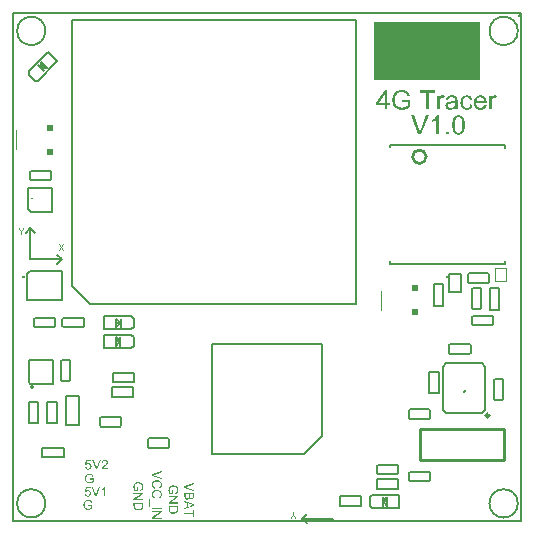
<source format=gto>
%FSLAX25Y25*%
%MOIN*%
G70*
G01*
G75*
%ADD10C,0.01000*%
%ADD11C,0.01500*%
%ADD12C,0.02000*%
%ADD13C,0.03937*%
%ADD14R,0.08268X0.08268*%
%ADD15R,0.08268X0.08268*%
%ADD16R,0.03150X0.02362*%
%ADD17R,0.02362X0.03150*%
%ADD18R,0.01083X0.00984*%
%ADD19R,0.00984X0.01083*%
%ADD20R,0.01181X0.01890*%
%ADD21R,0.01890X0.01181*%
%ADD22R,0.02362X0.02362*%
%ADD23R,0.02362X0.02362*%
%ADD24R,0.03347X0.02756*%
%ADD25R,0.01083X0.00984*%
%ADD26R,0.00984X0.01083*%
%ADD27R,0.02756X0.03347*%
%ADD28R,0.01378X0.00787*%
%ADD29R,0.01181X0.01181*%
%ADD30R,0.01378X0.00984*%
%ADD31R,0.01378X0.01181*%
G04:AMPARAMS|DCode=32|XSize=39.37mil|YSize=41.34mil|CornerRadius=5.91mil|HoleSize=0mil|Usage=FLASHONLY|Rotation=90.000|XOffset=0mil|YOffset=0mil|HoleType=Round|Shape=RoundedRectangle|*
%AMROUNDEDRECTD32*
21,1,0.03937,0.02953,0,0,90.0*
21,1,0.02756,0.04134,0,0,90.0*
1,1,0.01181,0.01476,0.01378*
1,1,0.01181,0.01476,-0.01378*
1,1,0.01181,-0.01476,-0.01378*
1,1,0.01181,-0.01476,0.01378*
%
%ADD32ROUNDEDRECTD32*%
G04:AMPARAMS|DCode=33|XSize=41.34mil|YSize=86.61mil|CornerRadius=6.2mil|HoleSize=0mil|Usage=FLASHONLY|Rotation=90.000|XOffset=0mil|YOffset=0mil|HoleType=Round|Shape=RoundedRectangle|*
%AMROUNDEDRECTD33*
21,1,0.04134,0.07421,0,0,90.0*
21,1,0.02894,0.08661,0,0,90.0*
1,1,0.01240,0.03711,0.01447*
1,1,0.01240,0.03711,-0.01447*
1,1,0.01240,-0.03711,-0.01447*
1,1,0.01240,-0.03711,0.01447*
%
%ADD33ROUNDEDRECTD33*%
G04:AMPARAMS|DCode=34|XSize=27.56mil|YSize=33.47mil|CornerRadius=0mil|HoleSize=0mil|Usage=FLASHONLY|Rotation=225.000|XOffset=0mil|YOffset=0mil|HoleType=Round|Shape=Rectangle|*
%AMROTATEDRECTD34*
4,1,4,-0.00209,0.02158,0.02158,-0.00209,0.00209,-0.02158,-0.02158,0.00209,-0.00209,0.02158,0.0*
%
%ADD34ROTATEDRECTD34*%

%ADD35O,0.06299X0.01181*%
%ADD36R,0.06299X0.01181*%
%ADD37O,0.01181X0.06299*%
%ADD38R,0.04800X0.05600*%
%ADD39R,0.05000X0.05000*%
%ADD40R,0.05000X0.07874*%
%ADD41R,0.07874X0.02756*%
%ADD42C,0.00600*%
%ADD43C,0.00800*%
%ADD44C,0.00500*%
%ADD45C,0.02000*%
%ADD46C,0.03000*%
%ADD47C,0.04000*%
%ADD48C,0.05000*%
%ADD49C,0.03000*%
%ADD50C,0.04000*%
%ADD51O,0.07874X0.03937*%
%ADD52O,0.03937X0.07874*%
%ADD53R,0.02362X0.03937*%
%ADD54R,0.02559X0.04921*%
%ADD55C,0.00787*%
%ADD56R,0.03937X0.05118*%
%ADD57R,0.01200X0.01800*%
%ADD58R,0.04921X0.02559*%
%ADD59R,0.05118X0.03937*%
%ADD60O,0.01378X0.02756*%
%ADD61R,0.07087X0.04331*%
G04:AMPARAMS|DCode=62|XSize=45mil|YSize=65mil|CornerRadius=5.63mil|HoleSize=0mil|Usage=FLASHONLY|Rotation=0.000|XOffset=0mil|YOffset=0mil|HoleType=Round|Shape=RoundedRectangle|*
%AMROUNDEDRECTD62*
21,1,0.04500,0.05375,0,0,0.0*
21,1,0.03375,0.06500,0,0,0.0*
1,1,0.01125,0.01688,-0.02688*
1,1,0.01125,-0.01688,-0.02688*
1,1,0.01125,-0.01688,0.02688*
1,1,0.01125,0.01688,0.02688*
%
%ADD62ROUNDEDRECTD62*%
%ADD63O,0.08661X0.02362*%
%ADD64R,0.11811X0.19685*%
%ADD65O,0.02953X0.01772*%
%ADD66R,0.08661X0.11811*%
%ADD67R,0.09843X0.01969*%
%ADD68P,0.03341X4X90.0*%
%ADD69R,0.03937X0.02362*%
%ADD70R,0.07874X0.07874*%
%ADD71R,0.05906X0.05118*%
%ADD72R,0.07874X0.07087*%
%ADD73R,0.05906X0.03150*%
%ADD74R,0.14704X0.04000*%
%ADD75C,0.01200*%
%ADD76C,0.00300*%
%ADD77R,0.35200X0.19400*%
%ADD78R,0.02472X0.02228*%
G36*
X129630Y143710D02*
X129700Y143703D01*
X129776Y143696D01*
X129867Y143689D01*
X130061Y143661D01*
X130276Y143620D01*
X130491Y143564D01*
X130706Y143488D01*
X130713D01*
X130734Y143481D01*
X130762Y143467D01*
X130796Y143446D01*
X130845Y143425D01*
X130901Y143397D01*
X131026Y143328D01*
X131171Y143238D01*
X131317Y143134D01*
X131456Y143009D01*
X131588Y142863D01*
X131595Y142856D01*
X131602Y142842D01*
X131615Y142821D01*
X131643Y142794D01*
X131664Y142752D01*
X131699Y142703D01*
X131733Y142648D01*
X131768Y142578D01*
X131810Y142509D01*
X131844Y142433D01*
X131886Y142342D01*
X131928Y142252D01*
X132004Y142044D01*
X132073Y141815D01*
X131303Y141607D01*
Y141614D01*
X131296Y141628D01*
X131289Y141656D01*
X131275Y141690D01*
X131261Y141725D01*
X131247Y141773D01*
X131206Y141885D01*
X131150Y142009D01*
X131088Y142134D01*
X131018Y142259D01*
X130942Y142370D01*
X130935Y142384D01*
X130901Y142419D01*
X130852Y142467D01*
X130789Y142537D01*
X130699Y142606D01*
X130595Y142683D01*
X130470Y142752D01*
X130332Y142821D01*
X130324D01*
X130311Y142828D01*
X130290Y142835D01*
X130262Y142849D01*
X130227Y142863D01*
X130179Y142877D01*
X130075Y142912D01*
X129943Y142939D01*
X129797Y142967D01*
X129630Y142988D01*
X129457Y142995D01*
X129360D01*
X129311Y142988D01*
X129249D01*
X129186Y142981D01*
X129110Y142974D01*
X128957Y142953D01*
X128784Y142919D01*
X128617Y142877D01*
X128451Y142815D01*
X128444D01*
X128430Y142807D01*
X128409Y142794D01*
X128381Y142780D01*
X128305Y142745D01*
X128208Y142690D01*
X128097Y142620D01*
X127986Y142537D01*
X127868Y142447D01*
X127764Y142342D01*
X127750Y142329D01*
X127722Y142294D01*
X127673Y142232D01*
X127618Y142155D01*
X127556Y142065D01*
X127486Y141954D01*
X127424Y141836D01*
X127368Y141711D01*
Y141704D01*
X127361Y141683D01*
X127347Y141656D01*
X127333Y141607D01*
X127313Y141551D01*
X127292Y141489D01*
X127271Y141413D01*
X127250Y141329D01*
X127222Y141239D01*
X127201Y141135D01*
X127167Y140920D01*
X127139Y140677D01*
X127125Y140420D01*
Y140413D01*
Y140385D01*
Y140337D01*
X127132Y140281D01*
Y140205D01*
X127139Y140122D01*
X127153Y140025D01*
X127160Y139920D01*
X127195Y139691D01*
X127250Y139455D01*
X127320Y139213D01*
X127417Y138984D01*
X127424Y138977D01*
X127430Y138956D01*
X127444Y138928D01*
X127472Y138886D01*
X127500Y138845D01*
X127542Y138789D01*
X127632Y138664D01*
X127757Y138525D01*
X127902Y138380D01*
X128069Y138248D01*
X128166Y138186D01*
X128270Y138130D01*
X128277D01*
X128298Y138116D01*
X128326Y138102D01*
X128367Y138088D01*
X128423Y138067D01*
X128485Y138040D01*
X128555Y138019D01*
X128631Y137991D01*
X128714Y137963D01*
X128812Y137943D01*
X129013Y137894D01*
X129235Y137866D01*
X129471Y137852D01*
X129526D01*
X129568Y137859D01*
X129617D01*
X129672Y137866D01*
X129735Y137873D01*
X129811Y137880D01*
X129971Y137901D01*
X130151Y137943D01*
X130345Y137991D01*
X130540Y138061D01*
X130547D01*
X130561Y138067D01*
X130588Y138081D01*
X130630Y138095D01*
X130672Y138116D01*
X130720Y138144D01*
X130838Y138199D01*
X130970Y138269D01*
X131102Y138345D01*
X131227Y138421D01*
X131338Y138512D01*
Y139712D01*
X129457D01*
Y140469D01*
X132171D01*
Y138088D01*
X132164Y138081D01*
X132143Y138067D01*
X132108Y138040D01*
X132060Y138005D01*
X132004Y137963D01*
X131935Y137922D01*
X131858Y137866D01*
X131775Y137811D01*
X131685Y137755D01*
X131581Y137693D01*
X131366Y137568D01*
X131130Y137450D01*
X130880Y137346D01*
X130873D01*
X130852Y137332D01*
X130817Y137325D01*
X130762Y137304D01*
X130706Y137290D01*
X130630Y137269D01*
X130553Y137242D01*
X130463Y137221D01*
X130359Y137200D01*
X130255Y137172D01*
X130026Y137137D01*
X129776Y137110D01*
X129519Y137096D01*
X129429D01*
X129360Y137103D01*
X129277Y137110D01*
X129179Y137117D01*
X129068Y137131D01*
X128950Y137144D01*
X128825Y137165D01*
X128687Y137193D01*
X128548Y137228D01*
X128395Y137269D01*
X128250Y137311D01*
X128104Y137367D01*
X127951Y137429D01*
X127805Y137498D01*
X127798Y137505D01*
X127771Y137519D01*
X127729Y137540D01*
X127680Y137575D01*
X127618Y137616D01*
X127542Y137665D01*
X127458Y137727D01*
X127368Y137797D01*
X127278Y137873D01*
X127181Y137963D01*
X127084Y138054D01*
X126986Y138158D01*
X126896Y138276D01*
X126806Y138394D01*
X126716Y138525D01*
X126639Y138664D01*
X126632Y138671D01*
X126626Y138699D01*
X126605Y138741D01*
X126577Y138796D01*
X126549Y138873D01*
X126514Y138956D01*
X126480Y139053D01*
X126445Y139164D01*
X126410Y139282D01*
X126376Y139414D01*
X126341Y139560D01*
X126313Y139705D01*
X126285Y139865D01*
X126265Y140025D01*
X126258Y140198D01*
X126251Y140372D01*
Y140385D01*
Y140413D01*
Y140462D01*
X126258Y140531D01*
X126265Y140614D01*
X126272Y140712D01*
X126285Y140823D01*
X126299Y140941D01*
X126320Y141072D01*
X126348Y141211D01*
X126417Y141503D01*
X126459Y141656D01*
X126514Y141808D01*
X126570Y141961D01*
X126639Y142113D01*
X126646Y142121D01*
X126660Y142148D01*
X126681Y142190D01*
X126709Y142245D01*
X126750Y142315D01*
X126799Y142391D01*
X126862Y142474D01*
X126924Y142572D01*
X127000Y142669D01*
X127084Y142766D01*
X127174Y142863D01*
X127278Y142967D01*
X127382Y143064D01*
X127500Y143155D01*
X127625Y143245D01*
X127757Y143321D01*
X127764Y143328D01*
X127791Y143335D01*
X127833Y143356D01*
X127889Y143384D01*
X127958Y143411D01*
X128041Y143446D01*
X128138Y143481D01*
X128243Y143522D01*
X128360Y143557D01*
X128492Y143592D01*
X128631Y143626D01*
X128784Y143654D01*
X128937Y143682D01*
X129103Y143703D01*
X129277Y143710D01*
X129450Y143717D01*
X129568D01*
X129630Y143710D01*
D02*
G37*
G36*
X60203Y1231D02*
X59825D01*
Y2286D01*
X57000D01*
Y2709D01*
X59825D01*
Y3764D01*
X60203D01*
Y1231D01*
D02*
G37*
G36*
X143039Y141940D02*
X143073D01*
X143115Y141933D01*
X143219Y141912D01*
X143344Y141885D01*
X143476Y141836D01*
X143629Y141773D01*
X143781Y141690D01*
X143504Y140962D01*
X143490Y140968D01*
X143455Y140989D01*
X143400Y141017D01*
X143323Y141052D01*
X143240Y141079D01*
X143143Y141107D01*
X143039Y141128D01*
X142928Y141135D01*
X142886D01*
X142837Y141128D01*
X142775Y141114D01*
X142699Y141093D01*
X142622Y141066D01*
X142546Y141031D01*
X142463Y140975D01*
X142456Y140968D01*
X142428Y140948D01*
X142393Y140913D01*
X142351Y140864D01*
X142303Y140802D01*
X142254Y140733D01*
X142213Y140642D01*
X142171Y140545D01*
Y140538D01*
X142164Y140524D01*
X142157Y140503D01*
X142150Y140476D01*
X142143Y140434D01*
X142130Y140385D01*
X142109Y140274D01*
X142088Y140136D01*
X142067Y139983D01*
X142053Y139809D01*
X142046Y139629D01*
Y137200D01*
X141262D01*
Y141843D01*
X141970D01*
Y141142D01*
X141984Y141156D01*
X141998Y141184D01*
X142018Y141211D01*
X142067Y141302D01*
X142136Y141399D01*
X142213Y141510D01*
X142296Y141621D01*
X142379Y141711D01*
X142428Y141753D01*
X142470Y141787D01*
X142483Y141794D01*
X142511Y141815D01*
X142560Y141836D01*
X142615Y141871D01*
X142692Y141898D01*
X142775Y141919D01*
X142872Y141940D01*
X142969Y141947D01*
X143011D01*
X143039Y141940D01*
D02*
G37*
G36*
X160444D02*
X160479D01*
X160521Y141933D01*
X160625Y141912D01*
X160749Y141885D01*
X160881Y141836D01*
X161034Y141773D01*
X161187Y141690D01*
X160909Y140962D01*
X160895Y140968D01*
X160861Y140989D01*
X160805Y141017D01*
X160729Y141052D01*
X160645Y141079D01*
X160548Y141107D01*
X160444Y141128D01*
X160333Y141135D01*
X160291D01*
X160243Y141128D01*
X160180Y141114D01*
X160104Y141093D01*
X160028Y141066D01*
X159951Y141031D01*
X159868Y140975D01*
X159861Y140968D01*
X159833Y140948D01*
X159799Y140913D01*
X159757Y140864D01*
X159708Y140802D01*
X159660Y140733D01*
X159618Y140642D01*
X159577Y140545D01*
Y140538D01*
X159570Y140524D01*
X159563Y140503D01*
X159556Y140476D01*
X159549Y140434D01*
X159535Y140385D01*
X159514Y140274D01*
X159493Y140136D01*
X159473Y139983D01*
X159459Y139809D01*
X159452Y139629D01*
Y137200D01*
X158668D01*
Y141843D01*
X159375D01*
Y141142D01*
X159389Y141156D01*
X159403Y141184D01*
X159424Y141211D01*
X159473Y141302D01*
X159542Y141399D01*
X159618Y141510D01*
X159702Y141621D01*
X159785Y141711D01*
X159833Y141753D01*
X159875Y141787D01*
X159889Y141794D01*
X159917Y141815D01*
X159965Y141836D01*
X160021Y141871D01*
X160097Y141898D01*
X160180Y141919D01*
X160278Y141940D01*
X160375Y141947D01*
X160416D01*
X160444Y141940D01*
D02*
G37*
G36*
X60203Y5631D02*
Y5173D01*
X57000Y3861D01*
Y4344D01*
X57968Y4715D01*
Y6061D01*
X57000Y6408D01*
Y6856D01*
X60203Y5631D01*
D02*
G37*
G36*
X54903Y3985D02*
Y3982D01*
Y3968D01*
Y3950D01*
Y3923D01*
Y3891D01*
X54899Y3856D01*
Y3815D01*
X54896Y3773D01*
X54892Y3680D01*
X54882Y3586D01*
X54872Y3492D01*
X54861Y3450D01*
X54854Y3412D01*
Y3409D01*
X54851Y3399D01*
X54847Y3385D01*
X54840Y3367D01*
X54833Y3343D01*
X54826Y3315D01*
X54802Y3249D01*
X54771Y3176D01*
X54733Y3100D01*
X54684Y3020D01*
X54625Y2944D01*
X54622Y2940D01*
X54615Y2933D01*
X54604Y2920D01*
X54587Y2902D01*
X54566Y2881D01*
X54539Y2857D01*
X54511Y2829D01*
X54476Y2802D01*
X54438Y2770D01*
X54396Y2739D01*
X54351Y2708D01*
X54303Y2677D01*
X54195Y2618D01*
X54077Y2566D01*
X54074D01*
X54063Y2559D01*
X54042Y2555D01*
X54018Y2545D01*
X53987Y2534D01*
X53949Y2524D01*
X53907Y2514D01*
X53858Y2500D01*
X53803Y2489D01*
X53744Y2479D01*
X53681Y2468D01*
X53615Y2458D01*
X53546Y2448D01*
X53473Y2444D01*
X53317Y2437D01*
X53255D01*
X53223Y2441D01*
X53185D01*
X53144Y2444D01*
X53098Y2448D01*
X52998Y2458D01*
X52890Y2475D01*
X52779Y2496D01*
X52668Y2524D01*
X52665D01*
X52654Y2527D01*
X52640Y2534D01*
X52623Y2538D01*
X52599Y2548D01*
X52571Y2559D01*
X52505Y2583D01*
X52432Y2614D01*
X52352Y2652D01*
X52276Y2694D01*
X52203Y2743D01*
X52200D01*
X52196Y2750D01*
X52186Y2757D01*
X52172Y2767D01*
X52141Y2791D01*
X52099Y2829D01*
X52051Y2871D01*
X52002Y2920D01*
X51957Y2975D01*
X51912Y3034D01*
Y3038D01*
X51908Y3041D01*
X51894Y3062D01*
X51877Y3097D01*
X51853Y3142D01*
X51828Y3197D01*
X51801Y3263D01*
X51776Y3339D01*
X51752Y3419D01*
Y3423D01*
X51749Y3430D01*
Y3440D01*
X51745Y3458D01*
X51742Y3478D01*
X51735Y3506D01*
X51731Y3534D01*
X51728Y3565D01*
X51717Y3641D01*
X51707Y3728D01*
X51704Y3825D01*
X51700Y3929D01*
Y5085D01*
X54903D01*
Y3985D01*
D02*
G37*
G36*
Y7885D02*
X52387Y6202D01*
X54903D01*
Y5796D01*
X51700D01*
Y6233D01*
X54212Y7913D01*
X51700D01*
Y8319D01*
X54903D01*
Y7885D01*
D02*
G37*
G36*
X60203Y8310D02*
Y8306D01*
Y8292D01*
Y8275D01*
Y8251D01*
X60199Y8220D01*
Y8181D01*
X60196Y8143D01*
X60189Y8098D01*
X60179Y8008D01*
X60161Y7907D01*
X60137Y7814D01*
X60102Y7723D01*
Y7720D01*
X60099Y7713D01*
X60092Y7703D01*
X60085Y7685D01*
X60061Y7647D01*
X60029Y7595D01*
X59988Y7540D01*
X59936Y7484D01*
X59873Y7428D01*
X59804Y7376D01*
X59800D01*
X59793Y7369D01*
X59783Y7366D01*
X59769Y7356D01*
X59752Y7345D01*
X59727Y7335D01*
X59675Y7310D01*
X59613Y7290D01*
X59540Y7269D01*
X59464Y7255D01*
X59380Y7248D01*
X59346D01*
X59308Y7255D01*
X59255Y7262D01*
X59197Y7276D01*
X59131Y7297D01*
X59065Y7324D01*
X58995Y7362D01*
X58992D01*
X58988Y7366D01*
X58978Y7373D01*
X58964Y7383D01*
X58933Y7408D01*
X58891Y7446D01*
X58846Y7491D01*
X58798Y7550D01*
X58749Y7616D01*
X58704Y7696D01*
Y7692D01*
X58700Y7682D01*
X58693Y7668D01*
X58686Y7647D01*
X58676Y7623D01*
X58666Y7595D01*
X58634Y7532D01*
X58596Y7460D01*
X58544Y7387D01*
X58485Y7314D01*
X58412Y7252D01*
X58409Y7248D01*
X58402Y7244D01*
X58391Y7238D01*
X58378Y7227D01*
X58357Y7213D01*
X58333Y7199D01*
X58305Y7186D01*
X58274Y7172D01*
X58204Y7144D01*
X58121Y7116D01*
X58027Y7099D01*
X57978Y7092D01*
X57888D01*
X57867Y7095D01*
X57847D01*
X57791Y7102D01*
X57725Y7116D01*
X57656Y7134D01*
X57579Y7158D01*
X57507Y7189D01*
X57503D01*
X57500Y7192D01*
X57489Y7199D01*
X57475Y7206D01*
X57441Y7227D01*
X57399Y7255D01*
X57350Y7286D01*
X57302Y7328D01*
X57253Y7373D01*
X57208Y7425D01*
X57205Y7432D01*
X57191Y7449D01*
X57174Y7480D01*
X57149Y7522D01*
X57125Y7571D01*
X57097Y7630D01*
X57073Y7699D01*
X57052Y7775D01*
Y7779D01*
X57049Y7786D01*
Y7796D01*
X57045Y7814D01*
X57042Y7834D01*
X57035Y7859D01*
X57031Y7886D01*
X57028Y7918D01*
X57021Y7952D01*
X57017Y7994D01*
X57007Y8081D01*
X57003Y8181D01*
X57000Y8292D01*
Y9510D01*
X60203D01*
Y8310D01*
D02*
G37*
G36*
Y12342D02*
X57874Y11509D01*
X57871D01*
X57861Y11506D01*
X57847Y11499D01*
X57826Y11492D01*
X57802Y11485D01*
X57774Y11474D01*
X57743Y11464D01*
X57704Y11450D01*
X57625Y11426D01*
X57538Y11398D01*
X57444Y11370D01*
X57350Y11343D01*
X57354D01*
X57361Y11339D01*
X57378Y11336D01*
X57396Y11329D01*
X57420Y11322D01*
X57448Y11315D01*
X57479Y11304D01*
X57514Y11294D01*
X57593Y11270D01*
X57684Y11238D01*
X57777Y11204D01*
X57874Y11169D01*
X60203Y10305D01*
Y9875D01*
X57000Y11124D01*
Y11561D01*
X60203Y12803D01*
Y12342D01*
D02*
G37*
G36*
X145110Y128900D02*
X144215D01*
Y129795D01*
X145110D01*
Y128900D01*
D02*
G37*
G36*
X135852D02*
X134978D01*
X132493Y135306D01*
X133416D01*
X135082Y130649D01*
Y130642D01*
X135089Y130621D01*
X135102Y130593D01*
X135116Y130552D01*
X135130Y130503D01*
X135151Y130448D01*
X135172Y130385D01*
X135200Y130309D01*
X135248Y130149D01*
X135304Y129976D01*
X135359Y129788D01*
X135415Y129601D01*
Y129608D01*
X135422Y129622D01*
X135429Y129657D01*
X135443Y129691D01*
X135456Y129740D01*
X135470Y129795D01*
X135491Y129858D01*
X135512Y129927D01*
X135561Y130087D01*
X135623Y130267D01*
X135692Y130455D01*
X135762Y130649D01*
X137490Y135306D01*
X138350D01*
X135852Y128900D01*
D02*
G37*
G36*
X148476Y135319D02*
X148524Y135313D01*
X148649Y135299D01*
X148788Y135278D01*
X148941Y135236D01*
X149093Y135188D01*
X149246Y135118D01*
X149253D01*
X149267Y135111D01*
X149288Y135097D01*
X149316Y135077D01*
X149385Y135035D01*
X149475Y134966D01*
X149579Y134882D01*
X149683Y134778D01*
X149794Y134653D01*
X149892Y134514D01*
Y134508D01*
X149906Y134494D01*
X149913Y134473D01*
X149933Y134445D01*
X149954Y134410D01*
X149982Y134362D01*
X150003Y134306D01*
X150037Y134251D01*
X150100Y134112D01*
X150162Y133952D01*
X150232Y133765D01*
X150287Y133564D01*
Y133557D01*
X150294Y133536D01*
X150301Y133508D01*
X150308Y133460D01*
X150322Y133404D01*
X150336Y133335D01*
X150350Y133258D01*
X150364Y133168D01*
X150371Y133064D01*
X150384Y132953D01*
X150398Y132828D01*
X150412Y132696D01*
X150419Y132550D01*
X150426Y132398D01*
X150433Y132231D01*
Y132058D01*
Y132044D01*
Y132009D01*
Y131947D01*
Y131870D01*
X150426Y131773D01*
X150419Y131669D01*
X150412Y131544D01*
X150405Y131412D01*
X150391Y131266D01*
X150377Y131121D01*
X150336Y130815D01*
X150273Y130517D01*
X150239Y130371D01*
X150197Y130239D01*
Y130233D01*
X150183Y130212D01*
X150176Y130170D01*
X150155Y130128D01*
X150128Y130066D01*
X150100Y130003D01*
X150065Y129927D01*
X150023Y129844D01*
X149926Y129670D01*
X149808Y129497D01*
X149670Y129323D01*
X149586Y129247D01*
X149503Y129171D01*
X149496Y129164D01*
X149482Y129157D01*
X149454Y129136D01*
X149420Y129115D01*
X149378Y129087D01*
X149323Y129053D01*
X149260Y129018D01*
X149184Y128983D01*
X149107Y128949D01*
X149017Y128914D01*
X148927Y128886D01*
X148823Y128851D01*
X148712Y128831D01*
X148594Y128810D01*
X148476Y128803D01*
X148344Y128796D01*
X148302D01*
X148254Y128803D01*
X148191Y128810D01*
X148115Y128817D01*
X148025Y128831D01*
X147928Y128851D01*
X147817Y128879D01*
X147705Y128914D01*
X147588Y128955D01*
X147463Y129011D01*
X147345Y129074D01*
X147227Y129150D01*
X147109Y129240D01*
X146998Y129337D01*
X146894Y129455D01*
X146887Y129462D01*
X146866Y129490D01*
X146838Y129539D01*
X146796Y129608D01*
X146748Y129698D01*
X146692Y129802D01*
X146637Y129934D01*
X146581Y130080D01*
X146519Y130253D01*
X146463Y130441D01*
X146408Y130656D01*
X146359Y130892D01*
X146318Y131149D01*
X146290Y131426D01*
X146269Y131731D01*
X146262Y132058D01*
Y132072D01*
Y132106D01*
Y132169D01*
X146269Y132245D01*
Y132342D01*
X146276Y132453D01*
X146283Y132578D01*
X146290Y132710D01*
X146304Y132856D01*
X146318Y133001D01*
X146359Y133307D01*
X146415Y133605D01*
X146449Y133751D01*
X146491Y133883D01*
Y133890D01*
X146505Y133911D01*
X146519Y133952D01*
X146533Y134001D01*
X146560Y134056D01*
X146588Y134126D01*
X146623Y134195D01*
X146665Y134279D01*
X146762Y134452D01*
X146887Y134625D01*
X147025Y134799D01*
X147102Y134875D01*
X147185Y134952D01*
X147192Y134959D01*
X147206Y134966D01*
X147234Y134986D01*
X147268Y135007D01*
X147310Y135042D01*
X147365Y135070D01*
X147428Y135104D01*
X147504Y135139D01*
X147581Y135174D01*
X147671Y135208D01*
X147768Y135243D01*
X147865Y135271D01*
X147976Y135292D01*
X148094Y135313D01*
X148219Y135319D01*
X148344Y135326D01*
X148427D01*
X148476Y135319D01*
D02*
G37*
G36*
X141758Y128900D02*
X140974D01*
Y133904D01*
X140960Y133890D01*
X140925Y133855D01*
X140863Y133807D01*
X140772Y133737D01*
X140668Y133654D01*
X140536Y133564D01*
X140391Y133466D01*
X140224Y133362D01*
X140217D01*
X140203Y133349D01*
X140183Y133335D01*
X140148Y133321D01*
X140106Y133293D01*
X140058Y133272D01*
X139947Y133210D01*
X139822Y133147D01*
X139683Y133078D01*
X139537Y133015D01*
X139398Y132960D01*
Y133716D01*
X139405Y133723D01*
X139426Y133730D01*
X139461Y133751D01*
X139509Y133772D01*
X139565Y133800D01*
X139634Y133841D01*
X139711Y133883D01*
X139787Y133925D01*
X139967Y134036D01*
X140162Y134168D01*
X140363Y134306D01*
X140550Y134466D01*
X140557Y134473D01*
X140571Y134487D01*
X140599Y134508D01*
X140634Y134542D01*
X140668Y134584D01*
X140717Y134625D01*
X140821Y134743D01*
X140939Y134868D01*
X141057Y135014D01*
X141161Y135167D01*
X141251Y135326D01*
X141758D01*
Y128900D01*
D02*
G37*
G36*
X155690Y141940D02*
X155753D01*
X155836Y141926D01*
X155926Y141912D01*
X156030Y141891D01*
X156141Y141871D01*
X156259Y141836D01*
X156377Y141794D01*
X156509Y141739D01*
X156634Y141676D01*
X156759Y141607D01*
X156884Y141517D01*
X157009Y141419D01*
X157120Y141308D01*
X157127Y141302D01*
X157148Y141281D01*
X157175Y141246D01*
X157210Y141191D01*
X157259Y141128D01*
X157307Y141052D01*
X157363Y140954D01*
X157418Y140850D01*
X157467Y140733D01*
X157522Y140601D01*
X157571Y140455D01*
X157620Y140295D01*
X157654Y140122D01*
X157682Y139934D01*
X157703Y139740D01*
X157710Y139532D01*
Y139518D01*
Y139483D01*
Y139414D01*
X157703Y139324D01*
X154240D01*
Y139317D01*
Y139289D01*
X154247Y139247D01*
X154254Y139199D01*
X154261Y139129D01*
X154274Y139060D01*
X154288Y138977D01*
X154309Y138886D01*
X154365Y138699D01*
X154441Y138498D01*
X154490Y138408D01*
X154538Y138310D01*
X154601Y138227D01*
X154670Y138144D01*
X154677Y138137D01*
X154691Y138130D01*
X154712Y138109D01*
X154739Y138081D01*
X154781Y138054D01*
X154823Y138019D01*
X154878Y137977D01*
X154941Y137943D01*
X155079Y137866D01*
X155246Y137804D01*
X155336Y137776D01*
X155433Y137762D01*
X155537Y137748D01*
X155642Y137741D01*
X155683D01*
X155711Y137748D01*
X155794Y137755D01*
X155898Y137769D01*
X156009Y137797D01*
X156134Y137838D01*
X156259Y137887D01*
X156377Y137963D01*
X156384D01*
X156391Y137977D01*
X156426Y138005D01*
X156481Y138061D01*
X156551Y138144D01*
X156627Y138241D01*
X156710Y138373D01*
X156794Y138525D01*
X156863Y138699D01*
X157682Y138595D01*
Y138588D01*
X157675Y138560D01*
X157661Y138525D01*
X157640Y138477D01*
X157620Y138415D01*
X157592Y138345D01*
X157557Y138269D01*
X157522Y138186D01*
X157425Y138012D01*
X157300Y137825D01*
X157224Y137734D01*
X157148Y137644D01*
X157064Y137561D01*
X156967Y137485D01*
X156960Y137478D01*
X156946Y137471D01*
X156912Y137450D01*
X156877Y137422D01*
X156821Y137394D01*
X156759Y137360D01*
X156690Y137325D01*
X156606Y137290D01*
X156516Y137256D01*
X156412Y137221D01*
X156308Y137186D01*
X156190Y137158D01*
X156065Y137131D01*
X155933Y137110D01*
X155787Y137103D01*
X155642Y137096D01*
X155600D01*
X155544Y137103D01*
X155475D01*
X155385Y137117D01*
X155288Y137131D01*
X155177Y137151D01*
X155059Y137172D01*
X154934Y137207D01*
X154802Y137249D01*
X154663Y137297D01*
X154531Y137360D01*
X154392Y137429D01*
X154268Y137512D01*
X154143Y137610D01*
X154025Y137721D01*
X154018Y137727D01*
X153997Y137748D01*
X153969Y137783D01*
X153934Y137838D01*
X153886Y137901D01*
X153837Y137977D01*
X153782Y138067D01*
X153733Y138172D01*
X153678Y138290D01*
X153622Y138421D01*
X153574Y138567D01*
X153525Y138727D01*
X153490Y138893D01*
X153463Y139074D01*
X153442Y139268D01*
X153435Y139476D01*
Y139490D01*
Y139525D01*
X153442Y139587D01*
Y139671D01*
X153455Y139768D01*
X153469Y139879D01*
X153483Y140011D01*
X153511Y140143D01*
X153539Y140288D01*
X153580Y140434D01*
X153629Y140587D01*
X153685Y140739D01*
X153754Y140885D01*
X153837Y141031D01*
X153928Y141170D01*
X154032Y141295D01*
X154039Y141302D01*
X154059Y141322D01*
X154094Y141357D01*
X154143Y141399D01*
X154198Y141447D01*
X154274Y141503D01*
X154358Y141558D01*
X154455Y141621D01*
X154559Y141683D01*
X154677Y141739D01*
X154809Y141794D01*
X154948Y141843D01*
X155100Y141885D01*
X155253Y141919D01*
X155427Y141940D01*
X155600Y141947D01*
X155642D01*
X155690Y141940D01*
D02*
G37*
G36*
X146356D02*
X146418D01*
X146550Y141926D01*
X146703Y141912D01*
X146862Y141885D01*
X147022Y141850D01*
X147168Y141801D01*
X147175D01*
X147182Y141794D01*
X147203Y141787D01*
X147230Y141773D01*
X147293Y141746D01*
X147376Y141704D01*
X147466Y141656D01*
X147556Y141593D01*
X147640Y141524D01*
X147716Y141447D01*
X147723Y141440D01*
X147744Y141413D01*
X147779Y141364D01*
X147813Y141302D01*
X147855Y141225D01*
X147897Y141135D01*
X147938Y141031D01*
X147966Y140913D01*
Y140906D01*
X147973Y140871D01*
X147980Y140823D01*
X147987Y140746D01*
X147994Y140649D01*
X148001Y140524D01*
Y140448D01*
X148008Y140372D01*
Y140288D01*
Y140191D01*
Y139143D01*
Y139129D01*
Y139095D01*
Y139039D01*
Y138970D01*
Y138880D01*
Y138782D01*
X148015Y138671D01*
Y138560D01*
X148021Y138324D01*
Y138206D01*
X148029Y138095D01*
X148035Y137991D01*
X148042Y137901D01*
X148049Y137818D01*
X148056Y137755D01*
Y137741D01*
X148063Y137707D01*
X148077Y137651D01*
X148098Y137575D01*
X148126Y137492D01*
X148160Y137401D01*
X148202Y137297D01*
X148250Y137200D01*
X147432D01*
X147425Y137214D01*
X147411Y137242D01*
X147390Y137297D01*
X147369Y137367D01*
X147341Y137450D01*
X147314Y137547D01*
X147293Y137658D01*
X147279Y137783D01*
X147272Y137776D01*
X147258Y137769D01*
X147237Y137748D01*
X147203Y137721D01*
X147161Y137693D01*
X147119Y137651D01*
X147008Y137575D01*
X146876Y137485D01*
X146738Y137394D01*
X146585Y137318D01*
X146432Y137249D01*
X146425D01*
X146411Y137242D01*
X146391Y137235D01*
X146363Y137228D01*
X146328Y137214D01*
X146280Y137200D01*
X146176Y137172D01*
X146044Y137144D01*
X145898Y137117D01*
X145738Y137103D01*
X145565Y137096D01*
X145488D01*
X145440Y137103D01*
X145377Y137110D01*
X145301Y137117D01*
X145218Y137124D01*
X145134Y137144D01*
X144940Y137186D01*
X144746Y137249D01*
X144656Y137290D01*
X144559Y137346D01*
X144475Y137401D01*
X144392Y137464D01*
X144385Y137471D01*
X144371Y137485D01*
X144357Y137505D01*
X144329Y137533D01*
X144295Y137568D01*
X144260Y137616D01*
X144225Y137665D01*
X144191Y137727D01*
X144114Y137859D01*
X144045Y138026D01*
X144017Y138116D01*
X144003Y138213D01*
X143989Y138317D01*
X143982Y138421D01*
Y138428D01*
Y138435D01*
Y138477D01*
X143989Y138546D01*
X144003Y138630D01*
X144017Y138727D01*
X144045Y138831D01*
X144087Y138935D01*
X144135Y139046D01*
X144142Y139060D01*
X144163Y139095D01*
X144198Y139143D01*
X144246Y139213D01*
X144302Y139282D01*
X144371Y139358D01*
X144447Y139428D01*
X144538Y139497D01*
X144552Y139504D01*
X144586Y139525D01*
X144635Y139560D01*
X144704Y139594D01*
X144788Y139636D01*
X144885Y139678D01*
X144996Y139719D01*
X145107Y139754D01*
X145121D01*
X145148Y139768D01*
X145204Y139775D01*
X145280Y139796D01*
X145377Y139809D01*
X145502Y139830D01*
X145641Y139851D01*
X145808Y139872D01*
X145821D01*
X145849Y139879D01*
X145898Y139886D01*
X145960Y139893D01*
X146044Y139907D01*
X146134Y139920D01*
X146231Y139934D01*
X146342Y139948D01*
X146571Y139990D01*
X146800Y140039D01*
X146911Y140066D01*
X147022Y140094D01*
X147119Y140122D01*
X147210Y140149D01*
Y140156D01*
Y140177D01*
Y140205D01*
X147216Y140233D01*
Y140302D01*
Y140330D01*
Y140351D01*
Y140358D01*
Y140372D01*
Y140399D01*
Y140427D01*
X147203Y140510D01*
X147189Y140614D01*
X147161Y140726D01*
X147119Y140837D01*
X147064Y140941D01*
X146987Y141024D01*
X146974Y141038D01*
X146960Y141052D01*
X146932Y141066D01*
X146897Y141086D01*
X146862Y141107D01*
X146765Y141163D01*
X146641Y141211D01*
X146488Y141253D01*
X146307Y141281D01*
X146099Y141295D01*
X146009D01*
X145960Y141288D01*
X145912D01*
X145787Y141274D01*
X145655Y141246D01*
X145523Y141211D01*
X145391Y141163D01*
X145280Y141100D01*
X145266Y141093D01*
X145239Y141066D01*
X145190Y141010D01*
X145134Y140941D01*
X145072Y140850D01*
X145003Y140726D01*
X144947Y140587D01*
X144919Y140503D01*
X144892Y140413D01*
X144121Y140517D01*
Y140524D01*
X144128Y140538D01*
X144135Y140566D01*
X144142Y140601D01*
X144156Y140642D01*
X144170Y140691D01*
X144204Y140802D01*
X144253Y140927D01*
X144309Y141059D01*
X144378Y141191D01*
X144461Y141308D01*
Y141315D01*
X144475Y141322D01*
X144510Y141357D01*
X144565Y141413D01*
X144642Y141482D01*
X144739Y141558D01*
X144857Y141635D01*
X144996Y141711D01*
X145155Y141780D01*
X145162D01*
X145176Y141787D01*
X145204Y141794D01*
X145239Y141808D01*
X145280Y141822D01*
X145329Y141836D01*
X145391Y141850D01*
X145461Y141864D01*
X145530Y141878D01*
X145613Y141891D01*
X145794Y141919D01*
X145995Y141940D01*
X146210Y141947D01*
X146307D01*
X146356Y141940D01*
D02*
G37*
G36*
X151221D02*
X151283Y141933D01*
X151360Y141926D01*
X151443Y141912D01*
X151533Y141898D01*
X151727Y141850D01*
X151936Y141780D01*
X152040Y141739D01*
X152144Y141690D01*
X152241Y141628D01*
X152331Y141558D01*
X152338Y141551D01*
X152352Y141537D01*
X152380Y141517D01*
X152408Y141489D01*
X152449Y141447D01*
X152491Y141399D01*
X152540Y141343D01*
X152588Y141281D01*
X152644Y141204D01*
X152692Y141128D01*
X152748Y141038D01*
X152796Y140941D01*
X152838Y140837D01*
X152880Y140726D01*
X152921Y140601D01*
X152949Y140476D01*
X152185Y140358D01*
Y140365D01*
X152179Y140378D01*
X152172Y140399D01*
X152165Y140434D01*
X152137Y140517D01*
X152095Y140621D01*
X152040Y140733D01*
X151977Y140850D01*
X151894Y140962D01*
X151797Y141059D01*
X151783Y141072D01*
X151748Y141100D01*
X151686Y141135D01*
X151610Y141184D01*
X151512Y141225D01*
X151401Y141267D01*
X151269Y141295D01*
X151131Y141302D01*
X151075D01*
X151033Y141295D01*
X150978Y141288D01*
X150922Y141281D01*
X150784Y141246D01*
X150631Y141197D01*
X150555Y141163D01*
X150471Y141121D01*
X150395Y141072D01*
X150312Y141010D01*
X150235Y140948D01*
X150166Y140871D01*
X150159Y140864D01*
X150152Y140850D01*
X150131Y140830D01*
X150110Y140788D01*
X150083Y140746D01*
X150048Y140691D01*
X150013Y140621D01*
X149986Y140545D01*
X149951Y140455D01*
X149916Y140358D01*
X149881Y140247D01*
X149854Y140122D01*
X149833Y139990D01*
X149812Y139851D01*
X149805Y139691D01*
X149798Y139525D01*
Y139518D01*
Y139483D01*
Y139435D01*
X149805Y139372D01*
X149812Y139296D01*
X149819Y139206D01*
X149826Y139109D01*
X149840Y139004D01*
X149881Y138782D01*
X149951Y138553D01*
X149986Y138449D01*
X150034Y138345D01*
X150090Y138248D01*
X150152Y138165D01*
X150159Y138158D01*
X150166Y138144D01*
X150187Y138123D01*
X150215Y138102D01*
X150256Y138067D01*
X150298Y138033D01*
X150346Y137991D01*
X150402Y137957D01*
X150541Y137873D01*
X150700Y137811D01*
X150791Y137783D01*
X150881Y137762D01*
X150985Y137748D01*
X151089Y137741D01*
X151131D01*
X151165Y137748D01*
X151207D01*
X151249Y137755D01*
X151360Y137776D01*
X151478Y137811D01*
X151610Y137859D01*
X151734Y137929D01*
X151859Y138019D01*
X151866Y138026D01*
X151873Y138033D01*
X151908Y138074D01*
X151963Y138144D01*
X151991Y138186D01*
X152026Y138234D01*
X152061Y138296D01*
X152095Y138359D01*
X152123Y138428D01*
X152158Y138512D01*
X152185Y138595D01*
X152213Y138692D01*
X152234Y138789D01*
X152255Y138900D01*
X153025Y138796D01*
Y138789D01*
X153018Y138761D01*
X153011Y138720D01*
X152998Y138664D01*
X152977Y138595D01*
X152956Y138519D01*
X152928Y138435D01*
X152893Y138338D01*
X152810Y138144D01*
X152755Y138040D01*
X152692Y137936D01*
X152630Y137831D01*
X152553Y137727D01*
X152463Y137637D01*
X152373Y137547D01*
X152366Y137540D01*
X152352Y137526D01*
X152317Y137505D01*
X152283Y137478D01*
X152227Y137443D01*
X152172Y137401D01*
X152095Y137367D01*
X152019Y137325D01*
X151929Y137276D01*
X151832Y137242D01*
X151727Y137200D01*
X151616Y137165D01*
X151491Y137137D01*
X151367Y137117D01*
X151235Y137103D01*
X151096Y137096D01*
X151054D01*
X151006Y137103D01*
X150936D01*
X150860Y137117D01*
X150763Y137131D01*
X150659Y137144D01*
X150548Y137172D01*
X150430Y137207D01*
X150305Y137249D01*
X150180Y137297D01*
X150048Y137360D01*
X149923Y137429D01*
X149798Y137512D01*
X149680Y137602D01*
X149569Y137714D01*
X149562Y137721D01*
X149541Y137741D01*
X149514Y137776D01*
X149479Y137831D01*
X149437Y137894D01*
X149389Y137970D01*
X149333Y138067D01*
X149285Y138172D01*
X149229Y138290D01*
X149174Y138421D01*
X149125Y138567D01*
X149083Y138727D01*
X149049Y138900D01*
X149021Y139088D01*
X149000Y139289D01*
X148993Y139497D01*
Y139504D01*
Y139532D01*
Y139574D01*
X149000Y139622D01*
Y139691D01*
X149007Y139768D01*
X149014Y139851D01*
X149021Y139948D01*
X149056Y140149D01*
X149097Y140372D01*
X149153Y140601D01*
X149236Y140816D01*
Y140823D01*
X149250Y140843D01*
X149264Y140871D01*
X149285Y140906D01*
X149312Y140954D01*
X149340Y141010D01*
X149423Y141135D01*
X149528Y141267D01*
X149659Y141413D01*
X149812Y141544D01*
X149993Y141662D01*
X149999D01*
X150013Y141676D01*
X150041Y141690D01*
X150083Y141704D01*
X150131Y141732D01*
X150187Y141753D01*
X150249Y141780D01*
X150319Y141808D01*
X150402Y141829D01*
X150485Y141857D01*
X150673Y141905D01*
X150881Y141933D01*
X151096Y141947D01*
X151172D01*
X151221Y141940D01*
D02*
G37*
G36*
X124474Y139455D02*
X125342D01*
Y138734D01*
X124474D01*
Y137200D01*
X123690D01*
Y138734D01*
X120900D01*
Y139455D01*
X123829Y143606D01*
X124474D01*
Y139455D01*
D02*
G37*
G36*
X140492Y142849D02*
X138382D01*
Y137200D01*
X137535D01*
Y142849D01*
X135425D01*
Y143606D01*
X140492D01*
Y142849D01*
D02*
G37*
G36*
X53366Y11896D02*
X53407Y11893D01*
X53456Y11890D01*
X53511Y11883D01*
X53570Y11876D01*
X53636Y11865D01*
X53706Y11851D01*
X53851Y11817D01*
X53928Y11796D01*
X54004Y11768D01*
X54080Y11740D01*
X54157Y11706D01*
X54160Y11702D01*
X54174Y11695D01*
X54195Y11685D01*
X54223Y11671D01*
X54257Y11650D01*
X54296Y11626D01*
X54337Y11595D01*
X54386Y11563D01*
X54434Y11525D01*
X54483Y11484D01*
X54532Y11439D01*
X54584Y11386D01*
X54632Y11334D01*
X54677Y11275D01*
X54722Y11213D01*
X54760Y11147D01*
X54764Y11144D01*
X54768Y11130D01*
X54778Y11109D01*
X54792Y11081D01*
X54806Y11046D01*
X54823Y11005D01*
X54840Y10956D01*
X54861Y10904D01*
X54878Y10845D01*
X54896Y10779D01*
X54913Y10710D01*
X54927Y10633D01*
X54941Y10557D01*
X54951Y10474D01*
X54955Y10387D01*
X54958Y10300D01*
Y10297D01*
Y10287D01*
Y10266D01*
Y10241D01*
X54955Y10210D01*
X54951Y10175D01*
X54948Y10137D01*
X54944Y10092D01*
X54931Y9995D01*
X54910Y9887D01*
X54882Y9780D01*
X54844Y9672D01*
Y9669D01*
X54840Y9658D01*
X54833Y9645D01*
X54823Y9627D01*
X54813Y9603D01*
X54799Y9575D01*
X54764Y9513D01*
X54719Y9440D01*
X54667Y9367D01*
X54604Y9297D01*
X54532Y9232D01*
X54528Y9228D01*
X54521Y9225D01*
X54511Y9218D01*
X54497Y9204D01*
X54476Y9193D01*
X54452Y9176D01*
X54424Y9159D01*
X54389Y9141D01*
X54355Y9121D01*
X54316Y9103D01*
X54271Y9082D01*
X54226Y9061D01*
X54122Y9023D01*
X54008Y8989D01*
X53903Y9374D01*
X53907D01*
X53914Y9377D01*
X53928Y9381D01*
X53945Y9388D01*
X53962Y9395D01*
X53987Y9402D01*
X54042Y9422D01*
X54105Y9450D01*
X54167Y9481D01*
X54230Y9516D01*
X54285Y9554D01*
X54292Y9558D01*
X54309Y9575D01*
X54334Y9599D01*
X54368Y9631D01*
X54403Y9676D01*
X54441Y9728D01*
X54476Y9790D01*
X54511Y9860D01*
Y9863D01*
X54514Y9870D01*
X54518Y9881D01*
X54525Y9894D01*
X54532Y9912D01*
X54539Y9936D01*
X54556Y9988D01*
X54570Y10054D01*
X54584Y10127D01*
X54594Y10210D01*
X54598Y10297D01*
Y10300D01*
Y10311D01*
Y10325D01*
Y10345D01*
X54594Y10370D01*
Y10401D01*
X54590Y10432D01*
X54587Y10470D01*
X54577Y10547D01*
X54559Y10633D01*
X54539Y10717D01*
X54507Y10800D01*
Y10803D01*
X54504Y10810D01*
X54497Y10821D01*
X54490Y10835D01*
X54473Y10873D01*
X54445Y10921D01*
X54410Y10977D01*
X54368Y11033D01*
X54323Y11091D01*
X54271Y11144D01*
X54264Y11151D01*
X54247Y11164D01*
X54216Y11189D01*
X54178Y11216D01*
X54132Y11248D01*
X54077Y11282D01*
X54018Y11314D01*
X53956Y11341D01*
X53952D01*
X53942Y11345D01*
X53928Y11352D01*
X53903Y11359D01*
X53876Y11369D01*
X53844Y11379D01*
X53806Y11390D01*
X53765Y11400D01*
X53720Y11414D01*
X53667Y11425D01*
X53560Y11442D01*
X53439Y11456D01*
X53310Y11463D01*
X53268D01*
X53241Y11459D01*
X53202D01*
X53161Y11456D01*
X53112Y11449D01*
X53060Y11445D01*
X52946Y11428D01*
X52828Y11400D01*
X52706Y11366D01*
X52592Y11317D01*
X52588Y11314D01*
X52578Y11310D01*
X52564Y11303D01*
X52543Y11289D01*
X52522Y11275D01*
X52495Y11255D01*
X52432Y11209D01*
X52363Y11147D01*
X52290Y11074D01*
X52224Y10991D01*
X52193Y10942D01*
X52165Y10890D01*
Y10887D01*
X52158Y10876D01*
X52151Y10863D01*
X52144Y10842D01*
X52134Y10814D01*
X52120Y10783D01*
X52109Y10748D01*
X52096Y10710D01*
X52082Y10668D01*
X52071Y10620D01*
X52047Y10519D01*
X52033Y10408D01*
X52026Y10290D01*
Y10287D01*
Y10276D01*
Y10262D01*
X52030Y10241D01*
Y10217D01*
X52033Y10189D01*
X52037Y10158D01*
X52040Y10120D01*
X52051Y10040D01*
X52071Y9950D01*
X52096Y9853D01*
X52130Y9755D01*
Y9752D01*
X52134Y9745D01*
X52141Y9731D01*
X52148Y9710D01*
X52158Y9690D01*
X52172Y9665D01*
X52200Y9606D01*
X52234Y9540D01*
X52273Y9475D01*
X52311Y9412D01*
X52356Y9357D01*
X52956D01*
Y10297D01*
X53334D01*
Y8940D01*
X52144D01*
X52141Y8944D01*
X52134Y8954D01*
X52120Y8971D01*
X52103Y8996D01*
X52082Y9023D01*
X52061Y9058D01*
X52033Y9096D01*
X52005Y9138D01*
X51978Y9183D01*
X51946Y9235D01*
X51884Y9343D01*
X51825Y9461D01*
X51773Y9585D01*
Y9589D01*
X51766Y9599D01*
X51762Y9617D01*
X51752Y9645D01*
X51745Y9672D01*
X51735Y9710D01*
X51721Y9749D01*
X51710Y9794D01*
X51700Y9846D01*
X51686Y9898D01*
X51669Y10012D01*
X51655Y10137D01*
X51648Y10266D01*
Y10273D01*
Y10287D01*
Y10311D01*
X51651Y10345D01*
X51655Y10387D01*
X51658Y10436D01*
X51665Y10491D01*
X51672Y10550D01*
X51683Y10613D01*
X51696Y10682D01*
X51714Y10751D01*
X51735Y10828D01*
X51755Y10901D01*
X51783Y10973D01*
X51815Y11050D01*
X51849Y11123D01*
X51853Y11126D01*
X51860Y11140D01*
X51870Y11161D01*
X51887Y11185D01*
X51908Y11216D01*
X51933Y11255D01*
X51964Y11296D01*
X51998Y11341D01*
X52037Y11386D01*
X52082Y11435D01*
X52127Y11484D01*
X52179Y11532D01*
X52238Y11577D01*
X52297Y11622D01*
X52363Y11667D01*
X52432Y11706D01*
X52436Y11709D01*
X52450Y11713D01*
X52470Y11723D01*
X52498Y11737D01*
X52536Y11751D01*
X52578Y11768D01*
X52627Y11785D01*
X52682Y11803D01*
X52741Y11820D01*
X52807Y11838D01*
X52880Y11855D01*
X52953Y11869D01*
X53032Y11883D01*
X53112Y11893D01*
X53199Y11896D01*
X53286Y11900D01*
X53331D01*
X53366Y11896D01*
D02*
G37*
G36*
X25871Y19986D02*
X24590D01*
X24420Y19126D01*
X24424Y19129D01*
X24434Y19136D01*
X24448Y19143D01*
X24469Y19157D01*
X24497Y19171D01*
X24528Y19188D01*
X24563Y19209D01*
X24604Y19227D01*
X24646Y19244D01*
X24695Y19265D01*
X24795Y19296D01*
X24851Y19310D01*
X24906Y19320D01*
X24965Y19324D01*
X25024Y19327D01*
X25042D01*
X25066Y19324D01*
X25094D01*
X25128Y19317D01*
X25170Y19313D01*
X25219Y19303D01*
X25267Y19292D01*
X25323Y19275D01*
X25378Y19258D01*
X25437Y19233D01*
X25496Y19206D01*
X25555Y19171D01*
X25614Y19133D01*
X25673Y19088D01*
X25729Y19036D01*
X25732Y19032D01*
X25743Y19022D01*
X25756Y19004D01*
X25774Y18984D01*
X25798Y18956D01*
X25822Y18918D01*
X25847Y18880D01*
X25874Y18834D01*
X25902Y18782D01*
X25927Y18723D01*
X25954Y18664D01*
X25975Y18595D01*
X25992Y18526D01*
X26006Y18449D01*
X26017Y18369D01*
X26020Y18286D01*
Y18283D01*
Y18265D01*
Y18245D01*
X26017Y18213D01*
X26013Y18175D01*
X26006Y18133D01*
X25999Y18085D01*
X25989Y18029D01*
X25975Y17974D01*
X25958Y17911D01*
X25937Y17849D01*
X25913Y17786D01*
X25885Y17724D01*
X25850Y17658D01*
X25812Y17596D01*
X25767Y17537D01*
X25763Y17533D01*
X25753Y17519D01*
X25736Y17502D01*
X25711Y17478D01*
X25680Y17446D01*
X25642Y17415D01*
X25597Y17377D01*
X25545Y17342D01*
X25489Y17308D01*
X25427Y17269D01*
X25357Y17238D01*
X25281Y17210D01*
X25201Y17183D01*
X25115Y17165D01*
X25024Y17151D01*
X24927Y17148D01*
X24885D01*
X24854Y17151D01*
X24816Y17155D01*
X24774Y17162D01*
X24726Y17169D01*
X24674Y17179D01*
X24618Y17190D01*
X24559Y17207D01*
X24500Y17228D01*
X24441Y17252D01*
X24382Y17280D01*
X24323Y17311D01*
X24268Y17349D01*
X24212Y17391D01*
X24209Y17394D01*
X24202Y17401D01*
X24188Y17415D01*
X24171Y17436D01*
X24146Y17460D01*
X24122Y17488D01*
X24098Y17523D01*
X24070Y17564D01*
X24042Y17606D01*
X24014Y17655D01*
X23990Y17710D01*
X23966Y17766D01*
X23942Y17828D01*
X23924Y17894D01*
X23910Y17967D01*
X23900Y18040D01*
X24313Y18071D01*
Y18067D01*
X24316Y18057D01*
X24320Y18043D01*
X24323Y18022D01*
X24327Y17998D01*
X24337Y17967D01*
X24355Y17901D01*
X24382Y17828D01*
X24420Y17752D01*
X24466Y17682D01*
X24493Y17651D01*
X24521Y17620D01*
X24525D01*
X24528Y17613D01*
X24539Y17606D01*
X24552Y17596D01*
X24587Y17571D01*
X24636Y17547D01*
X24695Y17519D01*
X24764Y17495D01*
X24840Y17478D01*
X24882Y17474D01*
X24927Y17471D01*
X24955D01*
X24976Y17474D01*
X25000Y17478D01*
X25028Y17481D01*
X25094Y17498D01*
X25170Y17523D01*
X25208Y17540D01*
X25250Y17561D01*
X25291Y17585D01*
X25330Y17613D01*
X25368Y17644D01*
X25406Y17682D01*
X25409Y17686D01*
X25413Y17693D01*
X25423Y17703D01*
X25437Y17720D01*
X25451Y17745D01*
X25468Y17769D01*
X25486Y17800D01*
X25507Y17835D01*
X25524Y17873D01*
X25541Y17915D01*
X25559Y17963D01*
X25572Y18012D01*
X25586Y18067D01*
X25597Y18126D01*
X25600Y18185D01*
X25604Y18251D01*
Y18255D01*
Y18265D01*
Y18283D01*
X25600Y18307D01*
X25597Y18335D01*
X25593Y18369D01*
X25586Y18404D01*
X25580Y18446D01*
X25559Y18529D01*
X25524Y18619D01*
X25503Y18661D01*
X25475Y18702D01*
X25448Y18744D01*
X25413Y18782D01*
X25409Y18786D01*
X25406Y18789D01*
X25392Y18800D01*
X25378Y18814D01*
X25361Y18827D01*
X25337Y18845D01*
X25312Y18862D01*
X25281Y18883D01*
X25246Y18900D01*
X25212Y18918D01*
X25125Y18949D01*
X25080Y18963D01*
X25028Y18973D01*
X24976Y18977D01*
X24920Y18980D01*
X24889D01*
X24851Y18977D01*
X24806Y18970D01*
X24750Y18959D01*
X24691Y18942D01*
X24632Y18921D01*
X24573Y18890D01*
X24566Y18886D01*
X24549Y18876D01*
X24521Y18855D01*
X24486Y18831D01*
X24452Y18796D01*
X24410Y18758D01*
X24372Y18713D01*
X24337Y18664D01*
X23969Y18716D01*
X24278Y20361D01*
X25871D01*
Y19986D01*
D02*
G37*
G36*
X27897Y17200D02*
X27460D01*
X26218Y20403D01*
X26680D01*
X27512Y18074D01*
Y18071D01*
X27516Y18061D01*
X27523Y18047D01*
X27530Y18026D01*
X27537Y18002D01*
X27547Y17974D01*
X27557Y17943D01*
X27571Y17904D01*
X27595Y17825D01*
X27623Y17738D01*
X27651Y17644D01*
X27679Y17550D01*
Y17554D01*
X27682Y17561D01*
X27686Y17578D01*
X27693Y17596D01*
X27700Y17620D01*
X27707Y17648D01*
X27717Y17679D01*
X27727Y17714D01*
X27752Y17793D01*
X27783Y17884D01*
X27818Y17977D01*
X27852Y18074D01*
X28716Y20403D01*
X29147D01*
X27897Y17200D01*
D02*
G37*
G36*
X30507Y20410D02*
X30545Y20406D01*
X30590Y20399D01*
X30642Y20392D01*
X30694Y20382D01*
X30753Y20368D01*
X30812Y20351D01*
X30875Y20330D01*
X30934Y20306D01*
X30996Y20274D01*
X31055Y20240D01*
X31111Y20202D01*
X31163Y20156D01*
X31166Y20153D01*
X31173Y20146D01*
X31187Y20129D01*
X31204Y20111D01*
X31225Y20087D01*
X31249Y20056D01*
X31274Y20021D01*
X31298Y19979D01*
X31322Y19938D01*
X31347Y19889D01*
X31371Y19837D01*
X31392Y19782D01*
X31409Y19719D01*
X31423Y19657D01*
X31430Y19591D01*
X31433Y19521D01*
Y19518D01*
Y19514D01*
Y19504D01*
Y19490D01*
X31430Y19452D01*
X31423Y19403D01*
X31413Y19344D01*
X31399Y19282D01*
X31381Y19213D01*
X31354Y19143D01*
Y19140D01*
X31350Y19136D01*
X31347Y19126D01*
X31340Y19112D01*
X31319Y19074D01*
X31291Y19025D01*
X31253Y18966D01*
X31208Y18900D01*
X31156Y18831D01*
X31090Y18755D01*
X31086Y18751D01*
X31083Y18744D01*
X31069Y18734D01*
X31055Y18716D01*
X31034Y18696D01*
X31010Y18671D01*
X30982Y18640D01*
X30948Y18609D01*
X30906Y18571D01*
X30861Y18529D01*
X30812Y18480D01*
X30757Y18432D01*
X30698Y18376D01*
X30632Y18321D01*
X30559Y18258D01*
X30483Y18192D01*
X30479Y18189D01*
X30469Y18179D01*
X30448Y18165D01*
X30427Y18144D01*
X30396Y18120D01*
X30365Y18092D01*
X30292Y18029D01*
X30215Y17963D01*
X30143Y17894D01*
X30108Y17863D01*
X30077Y17835D01*
X30049Y17807D01*
X30028Y17786D01*
X30024Y17783D01*
X30011Y17769D01*
X29993Y17748D01*
X29969Y17720D01*
X29941Y17689D01*
X29913Y17655D01*
X29858Y17578D01*
X31437D01*
Y17200D01*
X29317D01*
Y17207D01*
Y17224D01*
Y17252D01*
X29320Y17287D01*
X29324Y17328D01*
X29334Y17373D01*
X29344Y17422D01*
X29362Y17471D01*
Y17474D01*
X29365Y17481D01*
X29369Y17492D01*
X29376Y17509D01*
X29386Y17526D01*
X29397Y17550D01*
X29424Y17606D01*
X29459Y17672D01*
X29504Y17745D01*
X29556Y17821D01*
X29619Y17898D01*
X29622Y17901D01*
X29625Y17908D01*
X29636Y17918D01*
X29653Y17936D01*
X29671Y17953D01*
X29695Y17977D01*
X29719Y18005D01*
X29750Y18036D01*
X29785Y18071D01*
X29823Y18106D01*
X29865Y18147D01*
X29913Y18189D01*
X29962Y18234D01*
X30018Y18279D01*
X30073Y18328D01*
X30136Y18380D01*
X30143Y18383D01*
X30160Y18401D01*
X30184Y18421D01*
X30219Y18453D01*
X30261Y18487D01*
X30309Y18529D01*
X30365Y18574D01*
X30420Y18626D01*
X30538Y18734D01*
X30653Y18848D01*
X30708Y18904D01*
X30760Y18959D01*
X30805Y19011D01*
X30843Y19060D01*
X30847Y19063D01*
X30850Y19070D01*
X30861Y19084D01*
X30871Y19102D01*
X30889Y19126D01*
X30902Y19150D01*
X30937Y19213D01*
X30972Y19286D01*
X31003Y19365D01*
X31024Y19449D01*
X31027Y19490D01*
X31031Y19532D01*
Y19535D01*
Y19542D01*
Y19556D01*
X31027Y19570D01*
Y19591D01*
X31020Y19615D01*
X31010Y19667D01*
X30989Y19730D01*
X30958Y19796D01*
X30941Y19830D01*
X30916Y19861D01*
X30892Y19893D01*
X30861Y19924D01*
X30857Y19927D01*
X30854Y19931D01*
X30843Y19938D01*
X30830Y19948D01*
X30812Y19962D01*
X30791Y19976D01*
X30743Y20007D01*
X30677Y20035D01*
X30604Y20063D01*
X30517Y20080D01*
X30469Y20087D01*
X30392D01*
X30372Y20084D01*
X30347D01*
X30319Y20077D01*
X30257Y20066D01*
X30184Y20045D01*
X30108Y20014D01*
X30070Y19993D01*
X30031Y19973D01*
X29997Y19945D01*
X29962Y19914D01*
X29959Y19910D01*
X29955Y19907D01*
X29948Y19896D01*
X29934Y19882D01*
X29924Y19865D01*
X29910Y19844D01*
X29893Y19820D01*
X29879Y19792D01*
X29862Y19761D01*
X29848Y19726D01*
X29820Y19643D01*
X29799Y19553D01*
X29796Y19501D01*
X29792Y19445D01*
X29390Y19487D01*
Y19494D01*
X29393Y19508D01*
X29397Y19528D01*
X29400Y19560D01*
X29407Y19598D01*
X29417Y19643D01*
X29428Y19692D01*
X29445Y19744D01*
X29462Y19796D01*
X29483Y19855D01*
X29511Y19910D01*
X29539Y19966D01*
X29574Y20025D01*
X29612Y20077D01*
X29653Y20129D01*
X29702Y20174D01*
X29705Y20177D01*
X29716Y20184D01*
X29730Y20195D01*
X29750Y20212D01*
X29778Y20229D01*
X29813Y20250D01*
X29851Y20271D01*
X29896Y20295D01*
X29945Y20316D01*
X30000Y20337D01*
X30059Y20358D01*
X30125Y20375D01*
X30195Y20392D01*
X30268Y20403D01*
X30347Y20410D01*
X30430Y20413D01*
X30476D01*
X30507Y20410D01*
D02*
G37*
G36*
X43203Y8985D02*
X40687Y7302D01*
X43203D01*
Y6896D01*
X40000D01*
Y7333D01*
X42512Y9013D01*
X40000D01*
Y9419D01*
X43203D01*
Y8985D01*
D02*
G37*
G36*
X41666Y12997D02*
X41707Y12993D01*
X41756Y12990D01*
X41811Y12983D01*
X41870Y12976D01*
X41936Y12965D01*
X42006Y12951D01*
X42151Y12917D01*
X42228Y12896D01*
X42304Y12868D01*
X42380Y12840D01*
X42457Y12806D01*
X42460Y12802D01*
X42474Y12795D01*
X42495Y12785D01*
X42523Y12771D01*
X42557Y12750D01*
X42596Y12726D01*
X42637Y12695D01*
X42686Y12663D01*
X42734Y12625D01*
X42783Y12584D01*
X42832Y12539D01*
X42884Y12486D01*
X42932Y12434D01*
X42977Y12375D01*
X43022Y12313D01*
X43060Y12247D01*
X43064Y12244D01*
X43067Y12230D01*
X43078Y12209D01*
X43092Y12181D01*
X43106Y12146D01*
X43123Y12105D01*
X43140Y12056D01*
X43161Y12004D01*
X43178Y11945D01*
X43196Y11879D01*
X43213Y11810D01*
X43227Y11733D01*
X43241Y11657D01*
X43251Y11574D01*
X43255Y11487D01*
X43258Y11400D01*
Y11397D01*
Y11387D01*
Y11366D01*
Y11341D01*
X43255Y11310D01*
X43251Y11275D01*
X43248Y11237D01*
X43244Y11192D01*
X43231Y11095D01*
X43210Y10987D01*
X43182Y10880D01*
X43144Y10772D01*
Y10769D01*
X43140Y10758D01*
X43133Y10745D01*
X43123Y10727D01*
X43113Y10703D01*
X43099Y10675D01*
X43064Y10613D01*
X43019Y10540D01*
X42967Y10467D01*
X42904Y10397D01*
X42832Y10332D01*
X42828Y10328D01*
X42821Y10325D01*
X42811Y10318D01*
X42797Y10304D01*
X42776Y10293D01*
X42752Y10276D01*
X42724Y10259D01*
X42689Y10241D01*
X42655Y10221D01*
X42616Y10203D01*
X42571Y10182D01*
X42526Y10161D01*
X42422Y10123D01*
X42307Y10089D01*
X42203Y10474D01*
X42207D01*
X42214Y10477D01*
X42228Y10481D01*
X42245Y10488D01*
X42262Y10495D01*
X42287Y10502D01*
X42342Y10522D01*
X42405Y10550D01*
X42467Y10581D01*
X42530Y10616D01*
X42585Y10654D01*
X42592Y10658D01*
X42609Y10675D01*
X42634Y10699D01*
X42668Y10731D01*
X42703Y10776D01*
X42741Y10828D01*
X42776Y10890D01*
X42811Y10960D01*
Y10963D01*
X42814Y10970D01*
X42818Y10981D01*
X42825Y10994D01*
X42832Y11012D01*
X42838Y11036D01*
X42856Y11088D01*
X42870Y11154D01*
X42884Y11227D01*
X42894Y11310D01*
X42897Y11397D01*
Y11400D01*
Y11411D01*
Y11425D01*
Y11445D01*
X42894Y11470D01*
Y11501D01*
X42891Y11532D01*
X42887Y11570D01*
X42877Y11647D01*
X42859Y11733D01*
X42838Y11817D01*
X42807Y11900D01*
Y11903D01*
X42804Y11910D01*
X42797Y11921D01*
X42790Y11935D01*
X42772Y11973D01*
X42745Y12021D01*
X42710Y12077D01*
X42668Y12133D01*
X42623Y12191D01*
X42571Y12244D01*
X42564Y12251D01*
X42547Y12264D01*
X42516Y12289D01*
X42478Y12316D01*
X42432Y12348D01*
X42377Y12382D01*
X42318Y12414D01*
X42255Y12441D01*
X42252D01*
X42242Y12445D01*
X42228Y12452D01*
X42203Y12459D01*
X42176Y12469D01*
X42145Y12479D01*
X42106Y12490D01*
X42065Y12500D01*
X42020Y12514D01*
X41967Y12525D01*
X41860Y12542D01*
X41739Y12556D01*
X41610Y12563D01*
X41568D01*
X41541Y12559D01*
X41502D01*
X41461Y12556D01*
X41412Y12549D01*
X41360Y12545D01*
X41246Y12528D01*
X41128Y12500D01*
X41006Y12466D01*
X40892Y12417D01*
X40888Y12414D01*
X40878Y12410D01*
X40864Y12403D01*
X40843Y12389D01*
X40822Y12375D01*
X40795Y12355D01*
X40732Y12309D01*
X40663Y12247D01*
X40590Y12174D01*
X40524Y12091D01*
X40493Y12042D01*
X40465Y11990D01*
Y11987D01*
X40458Y11976D01*
X40451Y11963D01*
X40444Y11942D01*
X40434Y11914D01*
X40420Y11883D01*
X40409Y11848D01*
X40396Y11810D01*
X40382Y11768D01*
X40371Y11720D01*
X40347Y11619D01*
X40333Y11508D01*
X40326Y11390D01*
Y11387D01*
Y11376D01*
Y11362D01*
X40330Y11341D01*
Y11317D01*
X40333Y11289D01*
X40337Y11258D01*
X40340Y11220D01*
X40350Y11140D01*
X40371Y11050D01*
X40396Y10953D01*
X40430Y10855D01*
Y10852D01*
X40434Y10845D01*
X40441Y10831D01*
X40448Y10810D01*
X40458Y10790D01*
X40472Y10765D01*
X40500Y10706D01*
X40534Y10640D01*
X40573Y10575D01*
X40611Y10512D01*
X40656Y10457D01*
X41256D01*
Y11397D01*
X41634D01*
Y10040D01*
X40444D01*
X40441Y10044D01*
X40434Y10054D01*
X40420Y10071D01*
X40402Y10096D01*
X40382Y10123D01*
X40361Y10158D01*
X40333Y10196D01*
X40305Y10238D01*
X40278Y10283D01*
X40246Y10335D01*
X40184Y10443D01*
X40125Y10561D01*
X40073Y10685D01*
Y10689D01*
X40066Y10699D01*
X40062Y10717D01*
X40052Y10745D01*
X40045Y10772D01*
X40035Y10810D01*
X40021Y10849D01*
X40010Y10894D01*
X40000Y10946D01*
X39986Y10998D01*
X39969Y11112D01*
X39955Y11237D01*
X39948Y11366D01*
Y11373D01*
Y11387D01*
Y11411D01*
X39951Y11445D01*
X39955Y11487D01*
X39958Y11536D01*
X39965Y11591D01*
X39972Y11650D01*
X39983Y11713D01*
X39996Y11782D01*
X40014Y11851D01*
X40035Y11928D01*
X40056Y12001D01*
X40083Y12073D01*
X40115Y12150D01*
X40149Y12223D01*
X40153Y12226D01*
X40160Y12240D01*
X40170Y12261D01*
X40187Y12285D01*
X40208Y12316D01*
X40233Y12355D01*
X40264Y12396D01*
X40298Y12441D01*
X40337Y12486D01*
X40382Y12535D01*
X40427Y12584D01*
X40479Y12632D01*
X40538Y12677D01*
X40597Y12722D01*
X40663Y12767D01*
X40732Y12806D01*
X40736Y12809D01*
X40749Y12813D01*
X40770Y12823D01*
X40798Y12837D01*
X40836Y12851D01*
X40878Y12868D01*
X40927Y12886D01*
X40982Y12903D01*
X41041Y12920D01*
X41107Y12937D01*
X41180Y12955D01*
X41253Y12969D01*
X41333Y12983D01*
X41412Y12993D01*
X41499Y12997D01*
X41586Y13000D01*
X41631D01*
X41666Y12997D01*
D02*
G37*
G36*
X27697Y8200D02*
X27260D01*
X26018Y11403D01*
X26480D01*
X27312Y9074D01*
Y9071D01*
X27316Y9061D01*
X27323Y9047D01*
X27330Y9026D01*
X27337Y9002D01*
X27347Y8974D01*
X27357Y8943D01*
X27371Y8904D01*
X27395Y8825D01*
X27423Y8738D01*
X27451Y8644D01*
X27479Y8551D01*
Y8554D01*
X27482Y8561D01*
X27486Y8578D01*
X27493Y8596D01*
X27500Y8620D01*
X27507Y8648D01*
X27517Y8679D01*
X27527Y8714D01*
X27552Y8793D01*
X27583Y8884D01*
X27618Y8977D01*
X27652Y9074D01*
X28516Y11403D01*
X28947D01*
X27697Y8200D01*
D02*
G37*
G36*
X24990Y7055D02*
X25025Y7051D01*
X25063Y7048D01*
X25108Y7045D01*
X25205Y7031D01*
X25313Y7010D01*
X25420Y6982D01*
X25528Y6944D01*
X25531D01*
X25542Y6940D01*
X25556Y6933D01*
X25573Y6923D01*
X25597Y6913D01*
X25625Y6899D01*
X25687Y6864D01*
X25760Y6819D01*
X25833Y6767D01*
X25903Y6704D01*
X25968Y6632D01*
X25972Y6628D01*
X25975Y6621D01*
X25982Y6611D01*
X25996Y6597D01*
X26007Y6576D01*
X26024Y6552D01*
X26041Y6524D01*
X26059Y6489D01*
X26079Y6455D01*
X26097Y6416D01*
X26118Y6371D01*
X26138Y6326D01*
X26177Y6222D01*
X26211Y6107D01*
X25826Y6004D01*
Y6007D01*
X25823Y6014D01*
X25819Y6028D01*
X25812Y6045D01*
X25805Y6062D01*
X25798Y6087D01*
X25778Y6142D01*
X25750Y6205D01*
X25719Y6267D01*
X25684Y6330D01*
X25646Y6385D01*
X25642Y6392D01*
X25625Y6409D01*
X25601Y6434D01*
X25569Y6468D01*
X25524Y6503D01*
X25472Y6541D01*
X25410Y6576D01*
X25340Y6611D01*
X25337D01*
X25330Y6614D01*
X25319Y6618D01*
X25306Y6625D01*
X25288Y6632D01*
X25264Y6639D01*
X25212Y6656D01*
X25146Y6670D01*
X25073Y6684D01*
X24990Y6694D01*
X24903Y6697D01*
X24855D01*
X24830Y6694D01*
X24799D01*
X24768Y6690D01*
X24730Y6687D01*
X24653Y6677D01*
X24567Y6659D01*
X24483Y6639D01*
X24400Y6607D01*
X24396D01*
X24390Y6604D01*
X24379Y6597D01*
X24365Y6590D01*
X24327Y6572D01*
X24279Y6545D01*
X24223Y6510D01*
X24168Y6468D01*
X24108Y6423D01*
X24057Y6371D01*
X24049Y6364D01*
X24036Y6347D01*
X24011Y6316D01*
X23984Y6278D01*
X23952Y6233D01*
X23918Y6177D01*
X23886Y6118D01*
X23859Y6055D01*
Y6052D01*
X23855Y6042D01*
X23848Y6028D01*
X23841Y6004D01*
X23831Y5976D01*
X23821Y5945D01*
X23810Y5906D01*
X23800Y5865D01*
X23786Y5819D01*
X23775Y5768D01*
X23758Y5660D01*
X23744Y5539D01*
X23737Y5410D01*
Y5407D01*
Y5393D01*
Y5368D01*
X23741Y5341D01*
Y5302D01*
X23744Y5261D01*
X23751Y5212D01*
X23755Y5160D01*
X23772Y5046D01*
X23800Y4928D01*
X23834Y4806D01*
X23883Y4692D01*
X23886Y4688D01*
X23890Y4678D01*
X23897Y4664D01*
X23911Y4643D01*
X23925Y4622D01*
X23945Y4595D01*
X23990Y4532D01*
X24053Y4463D01*
X24126Y4390D01*
X24209Y4324D01*
X24258Y4293D01*
X24310Y4265D01*
X24313D01*
X24324Y4258D01*
X24338Y4251D01*
X24358Y4244D01*
X24386Y4234D01*
X24417Y4220D01*
X24452Y4210D01*
X24490Y4196D01*
X24532Y4182D01*
X24580Y4171D01*
X24681Y4147D01*
X24792Y4133D01*
X24910Y4126D01*
X24938D01*
X24959Y4130D01*
X24983D01*
X25011Y4133D01*
X25042Y4137D01*
X25080Y4140D01*
X25160Y4151D01*
X25250Y4171D01*
X25347Y4196D01*
X25444Y4230D01*
X25448D01*
X25455Y4234D01*
X25469Y4241D01*
X25490Y4248D01*
X25510Y4258D01*
X25535Y4272D01*
X25594Y4300D01*
X25660Y4334D01*
X25725Y4372D01*
X25788Y4411D01*
X25844Y4456D01*
Y5056D01*
X24903D01*
Y5434D01*
X26260D01*
Y4244D01*
X26256Y4241D01*
X26246Y4234D01*
X26229Y4220D01*
X26204Y4202D01*
X26177Y4182D01*
X26142Y4161D01*
X26104Y4133D01*
X26062Y4105D01*
X26017Y4078D01*
X25965Y4046D01*
X25857Y3984D01*
X25739Y3925D01*
X25615Y3873D01*
X25611D01*
X25601Y3866D01*
X25583Y3862D01*
X25556Y3852D01*
X25528Y3845D01*
X25490Y3835D01*
X25451Y3821D01*
X25406Y3810D01*
X25354Y3800D01*
X25302Y3786D01*
X25188Y3769D01*
X25063Y3755D01*
X24934Y3748D01*
X24889D01*
X24855Y3751D01*
X24813Y3755D01*
X24764Y3758D01*
X24709Y3765D01*
X24650Y3772D01*
X24587Y3783D01*
X24518Y3796D01*
X24449Y3814D01*
X24372Y3835D01*
X24299Y3855D01*
X24227Y3883D01*
X24150Y3915D01*
X24077Y3949D01*
X24074Y3953D01*
X24060Y3960D01*
X24039Y3970D01*
X24015Y3987D01*
X23984Y4008D01*
X23945Y4033D01*
X23904Y4064D01*
X23859Y4098D01*
X23814Y4137D01*
X23765Y4182D01*
X23716Y4227D01*
X23668Y4279D01*
X23623Y4338D01*
X23578Y4397D01*
X23532Y4463D01*
X23494Y4532D01*
X23491Y4536D01*
X23487Y4549D01*
X23477Y4570D01*
X23463Y4598D01*
X23449Y4636D01*
X23432Y4678D01*
X23415Y4727D01*
X23397Y4782D01*
X23380Y4841D01*
X23362Y4907D01*
X23345Y4980D01*
X23331Y5053D01*
X23317Y5133D01*
X23307Y5212D01*
X23303Y5299D01*
X23300Y5386D01*
Y5393D01*
Y5407D01*
Y5431D01*
X23303Y5466D01*
X23307Y5507D01*
X23310Y5556D01*
X23317Y5611D01*
X23324Y5670D01*
X23335Y5736D01*
X23349Y5806D01*
X23383Y5951D01*
X23404Y6028D01*
X23432Y6104D01*
X23460Y6180D01*
X23494Y6257D01*
X23498Y6260D01*
X23505Y6274D01*
X23515Y6295D01*
X23529Y6323D01*
X23550Y6357D01*
X23574Y6396D01*
X23605Y6437D01*
X23637Y6486D01*
X23675Y6534D01*
X23716Y6583D01*
X23762Y6632D01*
X23814Y6684D01*
X23866Y6732D01*
X23925Y6777D01*
X23987Y6822D01*
X24053Y6860D01*
X24057Y6864D01*
X24070Y6867D01*
X24091Y6878D01*
X24119Y6892D01*
X24154Y6906D01*
X24195Y6923D01*
X24244Y6940D01*
X24296Y6961D01*
X24355Y6978D01*
X24421Y6996D01*
X24490Y7013D01*
X24567Y7027D01*
X24643Y7041D01*
X24726Y7051D01*
X24813Y7055D01*
X24900Y7058D01*
X24959D01*
X24990Y7055D01*
D02*
G37*
G36*
X25671Y10986D02*
X24390D01*
X24220Y10126D01*
X24224Y10129D01*
X24234Y10136D01*
X24248Y10143D01*
X24269Y10157D01*
X24297Y10171D01*
X24328Y10188D01*
X24363Y10209D01*
X24404Y10227D01*
X24446Y10244D01*
X24495Y10265D01*
X24595Y10296D01*
X24651Y10310D01*
X24706Y10320D01*
X24765Y10324D01*
X24824Y10327D01*
X24842D01*
X24866Y10324D01*
X24894D01*
X24928Y10317D01*
X24970Y10313D01*
X25019Y10303D01*
X25067Y10292D01*
X25123Y10275D01*
X25178Y10258D01*
X25237Y10233D01*
X25296Y10206D01*
X25355Y10171D01*
X25414Y10133D01*
X25473Y10088D01*
X25529Y10036D01*
X25532Y10032D01*
X25543Y10022D01*
X25556Y10004D01*
X25574Y9984D01*
X25598Y9956D01*
X25622Y9918D01*
X25647Y9879D01*
X25674Y9834D01*
X25702Y9782D01*
X25727Y9723D01*
X25754Y9664D01*
X25775Y9595D01*
X25792Y9526D01*
X25806Y9449D01*
X25817Y9369D01*
X25820Y9286D01*
Y9283D01*
Y9265D01*
Y9245D01*
X25817Y9213D01*
X25813Y9175D01*
X25806Y9133D01*
X25799Y9085D01*
X25789Y9029D01*
X25775Y8974D01*
X25758Y8911D01*
X25737Y8849D01*
X25713Y8786D01*
X25685Y8724D01*
X25650Y8658D01*
X25612Y8596D01*
X25567Y8537D01*
X25563Y8533D01*
X25553Y8519D01*
X25536Y8502D01*
X25511Y8478D01*
X25480Y8446D01*
X25442Y8415D01*
X25397Y8377D01*
X25345Y8342D01*
X25289Y8308D01*
X25227Y8269D01*
X25157Y8238D01*
X25081Y8210D01*
X25001Y8183D01*
X24915Y8165D01*
X24824Y8151D01*
X24727Y8148D01*
X24686D01*
X24654Y8151D01*
X24616Y8155D01*
X24574Y8162D01*
X24526Y8169D01*
X24474Y8179D01*
X24418Y8190D01*
X24359Y8207D01*
X24300Y8228D01*
X24241Y8252D01*
X24182Y8280D01*
X24123Y8311D01*
X24068Y8349D01*
X24012Y8391D01*
X24009Y8394D01*
X24002Y8401D01*
X23988Y8415D01*
X23971Y8436D01*
X23946Y8460D01*
X23922Y8488D01*
X23898Y8523D01*
X23870Y8564D01*
X23842Y8606D01*
X23814Y8655D01*
X23790Y8710D01*
X23766Y8766D01*
X23742Y8828D01*
X23724Y8894D01*
X23710Y8967D01*
X23700Y9040D01*
X24113Y9071D01*
Y9067D01*
X24116Y9057D01*
X24120Y9043D01*
X24123Y9022D01*
X24127Y8998D01*
X24137Y8967D01*
X24155Y8901D01*
X24182Y8828D01*
X24220Y8752D01*
X24266Y8682D01*
X24293Y8651D01*
X24321Y8620D01*
X24325D01*
X24328Y8613D01*
X24339Y8606D01*
X24352Y8596D01*
X24387Y8571D01*
X24436Y8547D01*
X24495Y8519D01*
X24564Y8495D01*
X24640Y8478D01*
X24682Y8474D01*
X24727Y8471D01*
X24755D01*
X24776Y8474D01*
X24800Y8478D01*
X24828Y8481D01*
X24894Y8498D01*
X24970Y8523D01*
X25008Y8540D01*
X25050Y8561D01*
X25091Y8585D01*
X25130Y8613D01*
X25168Y8644D01*
X25206Y8682D01*
X25210Y8686D01*
X25213Y8693D01*
X25223Y8703D01*
X25237Y8721D01*
X25251Y8745D01*
X25268Y8769D01*
X25286Y8800D01*
X25307Y8835D01*
X25324Y8873D01*
X25341Y8915D01*
X25359Y8963D01*
X25372Y9012D01*
X25386Y9067D01*
X25397Y9127D01*
X25400Y9185D01*
X25404Y9251D01*
Y9255D01*
Y9265D01*
Y9283D01*
X25400Y9307D01*
X25397Y9335D01*
X25393Y9369D01*
X25386Y9404D01*
X25379Y9446D01*
X25359Y9529D01*
X25324Y9619D01*
X25303Y9661D01*
X25275Y9702D01*
X25248Y9744D01*
X25213Y9782D01*
X25210Y9786D01*
X25206Y9789D01*
X25192Y9800D01*
X25178Y9814D01*
X25161Y9827D01*
X25137Y9845D01*
X25112Y9862D01*
X25081Y9883D01*
X25046Y9900D01*
X25012Y9918D01*
X24925Y9949D01*
X24880Y9963D01*
X24828Y9973D01*
X24776Y9977D01*
X24720Y9980D01*
X24689D01*
X24651Y9977D01*
X24606Y9970D01*
X24550Y9959D01*
X24491Y9942D01*
X24432Y9921D01*
X24373Y9890D01*
X24366Y9886D01*
X24349Y9876D01*
X24321Y9855D01*
X24286Y9831D01*
X24252Y9796D01*
X24210Y9758D01*
X24172Y9713D01*
X24137Y9664D01*
X23769Y9716D01*
X24078Y11361D01*
X25671D01*
Y10986D01*
D02*
G37*
G36*
X25490Y15855D02*
X25525Y15851D01*
X25563Y15848D01*
X25608Y15845D01*
X25705Y15831D01*
X25813Y15810D01*
X25920Y15782D01*
X26028Y15744D01*
X26031D01*
X26042Y15740D01*
X26055Y15733D01*
X26073Y15723D01*
X26097Y15713D01*
X26125Y15699D01*
X26187Y15664D01*
X26260Y15619D01*
X26333Y15567D01*
X26403Y15504D01*
X26468Y15431D01*
X26472Y15428D01*
X26475Y15421D01*
X26482Y15411D01*
X26496Y15397D01*
X26507Y15376D01*
X26524Y15352D01*
X26541Y15324D01*
X26559Y15289D01*
X26579Y15255D01*
X26597Y15216D01*
X26618Y15171D01*
X26638Y15126D01*
X26677Y15022D01*
X26711Y14908D01*
X26326Y14804D01*
Y14807D01*
X26323Y14814D01*
X26319Y14828D01*
X26312Y14845D01*
X26305Y14862D01*
X26298Y14887D01*
X26278Y14942D01*
X26250Y15005D01*
X26219Y15067D01*
X26184Y15130D01*
X26146Y15185D01*
X26142Y15192D01*
X26125Y15209D01*
X26101Y15234D01*
X26069Y15268D01*
X26024Y15303D01*
X25972Y15341D01*
X25910Y15376D01*
X25840Y15411D01*
X25837D01*
X25830Y15414D01*
X25820Y15418D01*
X25806Y15425D01*
X25788Y15431D01*
X25764Y15439D01*
X25712Y15456D01*
X25646Y15470D01*
X25573Y15484D01*
X25490Y15494D01*
X25403Y15497D01*
X25355D01*
X25330Y15494D01*
X25299D01*
X25268Y15491D01*
X25230Y15487D01*
X25153Y15477D01*
X25067Y15459D01*
X24983Y15439D01*
X24900Y15407D01*
X24896D01*
X24890Y15404D01*
X24879Y15397D01*
X24865Y15390D01*
X24827Y15372D01*
X24779Y15345D01*
X24723Y15310D01*
X24667Y15268D01*
X24609Y15223D01*
X24556Y15171D01*
X24550Y15164D01*
X24536Y15147D01*
X24511Y15116D01*
X24484Y15078D01*
X24452Y15033D01*
X24418Y14977D01*
X24386Y14918D01*
X24359Y14855D01*
Y14852D01*
X24355Y14842D01*
X24348Y14828D01*
X24341Y14804D01*
X24331Y14776D01*
X24320Y14744D01*
X24310Y14706D01*
X24300Y14665D01*
X24286Y14619D01*
X24275Y14568D01*
X24258Y14460D01*
X24244Y14338D01*
X24237Y14210D01*
Y14207D01*
Y14193D01*
Y14168D01*
X24241Y14141D01*
Y14103D01*
X24244Y14061D01*
X24251Y14012D01*
X24255Y13960D01*
X24272Y13846D01*
X24300Y13728D01*
X24334Y13606D01*
X24383Y13492D01*
X24386Y13488D01*
X24390Y13478D01*
X24397Y13464D01*
X24411Y13443D01*
X24425Y13422D01*
X24445Y13395D01*
X24490Y13332D01*
X24553Y13263D01*
X24626Y13190D01*
X24709Y13124D01*
X24758Y13093D01*
X24810Y13065D01*
X24813D01*
X24824Y13058D01*
X24837Y13051D01*
X24858Y13044D01*
X24886Y13034D01*
X24917Y13020D01*
X24952Y13010D01*
X24990Y12996D01*
X25032Y12982D01*
X25080Y12971D01*
X25181Y12947D01*
X25292Y12933D01*
X25410Y12926D01*
X25438D01*
X25459Y12930D01*
X25483D01*
X25511Y12933D01*
X25542Y12937D01*
X25580Y12940D01*
X25660Y12950D01*
X25750Y12971D01*
X25847Y12996D01*
X25945Y13030D01*
X25948D01*
X25955Y13034D01*
X25969Y13041D01*
X25990Y13048D01*
X26010Y13058D01*
X26035Y13072D01*
X26094Y13100D01*
X26160Y13134D01*
X26226Y13173D01*
X26288Y13211D01*
X26344Y13256D01*
Y13856D01*
X25403D01*
Y14234D01*
X26760D01*
Y13044D01*
X26756Y13041D01*
X26746Y13034D01*
X26729Y13020D01*
X26704Y13002D01*
X26677Y12982D01*
X26642Y12961D01*
X26604Y12933D01*
X26562Y12905D01*
X26517Y12878D01*
X26465Y12846D01*
X26357Y12784D01*
X26239Y12725D01*
X26114Y12673D01*
X26111D01*
X26101Y12666D01*
X26083Y12663D01*
X26055Y12652D01*
X26028Y12645D01*
X25990Y12635D01*
X25951Y12621D01*
X25906Y12610D01*
X25854Y12600D01*
X25802Y12586D01*
X25688Y12569D01*
X25563Y12555D01*
X25434Y12548D01*
X25389D01*
X25355Y12551D01*
X25313Y12555D01*
X25264Y12558D01*
X25209Y12565D01*
X25150Y12572D01*
X25087Y12583D01*
X25018Y12596D01*
X24949Y12614D01*
X24872Y12635D01*
X24799Y12655D01*
X24726Y12683D01*
X24650Y12715D01*
X24577Y12749D01*
X24574Y12753D01*
X24560Y12760D01*
X24539Y12770D01*
X24515Y12787D01*
X24484Y12808D01*
X24445Y12833D01*
X24404Y12864D01*
X24359Y12898D01*
X24314Y12937D01*
X24265Y12982D01*
X24216Y13027D01*
X24168Y13079D01*
X24123Y13138D01*
X24078Y13197D01*
X24033Y13263D01*
X23994Y13332D01*
X23991Y13336D01*
X23987Y13350D01*
X23977Y13370D01*
X23963Y13398D01*
X23949Y13436D01*
X23932Y13478D01*
X23914Y13526D01*
X23897Y13582D01*
X23880Y13641D01*
X23863Y13707D01*
X23845Y13780D01*
X23831Y13853D01*
X23817Y13932D01*
X23807Y14012D01*
X23803Y14099D01*
X23800Y14186D01*
Y14193D01*
Y14207D01*
Y14231D01*
X23803Y14266D01*
X23807Y14307D01*
X23810Y14356D01*
X23817Y14411D01*
X23824Y14470D01*
X23835Y14536D01*
X23849Y14606D01*
X23883Y14751D01*
X23904Y14828D01*
X23932Y14904D01*
X23960Y14980D01*
X23994Y15057D01*
X23998Y15060D01*
X24005Y15074D01*
X24015Y15095D01*
X24029Y15123D01*
X24050Y15157D01*
X24074Y15196D01*
X24105Y15237D01*
X24137Y15286D01*
X24175Y15334D01*
X24216Y15383D01*
X24261Y15431D01*
X24314Y15484D01*
X24366Y15532D01*
X24425Y15577D01*
X24487Y15622D01*
X24553Y15661D01*
X24556Y15664D01*
X24570Y15667D01*
X24591Y15678D01*
X24619Y15692D01*
X24654Y15706D01*
X24695Y15723D01*
X24744Y15740D01*
X24796Y15761D01*
X24855Y15778D01*
X24921Y15796D01*
X24990Y15813D01*
X25067Y15827D01*
X25143Y15841D01*
X25226Y15851D01*
X25313Y15855D01*
X25400Y15858D01*
X25459D01*
X25490Y15855D01*
D02*
G37*
G36*
X30650Y8200D02*
X30258D01*
Y10702D01*
X30251Y10695D01*
X30234Y10678D01*
X30203Y10653D01*
X30158Y10619D01*
X30106Y10577D01*
X30040Y10532D01*
X29967Y10483D01*
X29884Y10431D01*
X29880D01*
X29873Y10424D01*
X29863Y10417D01*
X29845Y10410D01*
X29825Y10396D01*
X29800Y10386D01*
X29745Y10355D01*
X29682Y10324D01*
X29613Y10289D01*
X29540Y10258D01*
X29471Y10230D01*
Y10608D01*
X29474Y10612D01*
X29485Y10615D01*
X29502Y10626D01*
X29526Y10636D01*
X29554Y10650D01*
X29589Y10671D01*
X29627Y10691D01*
X29665Y10712D01*
X29755Y10768D01*
X29852Y10834D01*
X29953Y10903D01*
X30047Y10983D01*
X30050Y10986D01*
X30057Y10993D01*
X30071Y11004D01*
X30088Y11021D01*
X30106Y11042D01*
X30130Y11063D01*
X30182Y11122D01*
X30241Y11184D01*
X30300Y11257D01*
X30352Y11333D01*
X30397Y11413D01*
X30650D01*
Y8200D01*
D02*
G37*
G36*
X43203Y5085D02*
Y5082D01*
Y5068D01*
Y5050D01*
Y5023D01*
Y4991D01*
X43199Y4956D01*
Y4915D01*
X43196Y4873D01*
X43192Y4780D01*
X43182Y4686D01*
X43172Y4592D01*
X43161Y4550D01*
X43154Y4512D01*
Y4509D01*
X43151Y4499D01*
X43147Y4485D01*
X43140Y4467D01*
X43133Y4443D01*
X43126Y4415D01*
X43102Y4349D01*
X43071Y4276D01*
X43033Y4200D01*
X42984Y4120D01*
X42925Y4044D01*
X42922Y4041D01*
X42915Y4033D01*
X42904Y4020D01*
X42887Y4002D01*
X42866Y3982D01*
X42838Y3957D01*
X42811Y3929D01*
X42776Y3902D01*
X42738Y3870D01*
X42696Y3839D01*
X42651Y3808D01*
X42603Y3777D01*
X42495Y3718D01*
X42377Y3666D01*
X42373D01*
X42363Y3659D01*
X42342Y3655D01*
X42318Y3645D01*
X42287Y3635D01*
X42249Y3624D01*
X42207Y3614D01*
X42158Y3600D01*
X42103Y3589D01*
X42044Y3579D01*
X41981Y3568D01*
X41915Y3558D01*
X41846Y3548D01*
X41773Y3544D01*
X41617Y3537D01*
X41555D01*
X41523Y3541D01*
X41485D01*
X41443Y3544D01*
X41398Y3548D01*
X41298Y3558D01*
X41190Y3576D01*
X41079Y3596D01*
X40968Y3624D01*
X40965D01*
X40954Y3627D01*
X40940Y3635D01*
X40923Y3638D01*
X40899Y3648D01*
X40871Y3659D01*
X40805Y3683D01*
X40732Y3714D01*
X40652Y3752D01*
X40576Y3794D01*
X40503Y3843D01*
X40500D01*
X40496Y3850D01*
X40486Y3857D01*
X40472Y3867D01*
X40441Y3891D01*
X40399Y3929D01*
X40350Y3971D01*
X40302Y4020D01*
X40257Y4075D01*
X40212Y4134D01*
Y4138D01*
X40208Y4141D01*
X40194Y4162D01*
X40177Y4197D01*
X40153Y4242D01*
X40128Y4297D01*
X40101Y4363D01*
X40076Y4439D01*
X40052Y4519D01*
Y4523D01*
X40049Y4530D01*
Y4540D01*
X40045Y4558D01*
X40042Y4578D01*
X40035Y4606D01*
X40031Y4634D01*
X40028Y4665D01*
X40017Y4741D01*
X40007Y4828D01*
X40003Y4925D01*
X40000Y5029D01*
Y6185D01*
X43203D01*
Y5085D01*
D02*
G37*
G36*
X45596Y4839D02*
X45312D01*
Y7445D01*
X45596D01*
Y4839D01*
D02*
G37*
G36*
X47907Y10380D02*
X47952Y10377D01*
X48004Y10374D01*
X48060Y10367D01*
X48122Y10360D01*
X48188Y10349D01*
X48258Y10339D01*
X48407Y10304D01*
X48480Y10280D01*
X48553Y10256D01*
X48629Y10228D01*
X48698Y10193D01*
X48702Y10190D01*
X48716Y10183D01*
X48733Y10172D01*
X48761Y10158D01*
X48792Y10138D01*
X48827Y10113D01*
X48865Y10086D01*
X48910Y10054D01*
X48952Y10016D01*
X49000Y9978D01*
X49045Y9933D01*
X49094Y9884D01*
X49139Y9832D01*
X49184Y9777D01*
X49226Y9714D01*
X49264Y9652D01*
X49268Y9648D01*
X49271Y9634D01*
X49281Y9617D01*
X49295Y9589D01*
X49309Y9558D01*
X49327Y9516D01*
X49344Y9471D01*
X49361Y9423D01*
X49378Y9367D01*
X49396Y9305D01*
X49413Y9242D01*
X49427Y9173D01*
X49451Y9031D01*
X49455Y8954D01*
X49458Y8874D01*
Y8868D01*
Y8854D01*
Y8829D01*
X49455Y8795D01*
X49451Y8753D01*
X49444Y8704D01*
X49437Y8652D01*
X49427Y8593D01*
X49413Y8531D01*
X49399Y8465D01*
X49378Y8399D01*
X49354Y8330D01*
X49327Y8260D01*
X49292Y8194D01*
X49257Y8128D01*
X49212Y8066D01*
X49209Y8062D01*
X49202Y8052D01*
X49188Y8035D01*
X49167Y8014D01*
X49143Y7986D01*
X49111Y7955D01*
X49077Y7924D01*
X49035Y7886D01*
X48990Y7847D01*
X48938Y7809D01*
X48882Y7771D01*
X48820Y7736D01*
X48754Y7698D01*
X48681Y7667D01*
X48605Y7636D01*
X48525Y7608D01*
X48428Y8024D01*
X48431D01*
X48442Y8031D01*
X48462Y8035D01*
X48487Y8045D01*
X48515Y8056D01*
X48546Y8073D01*
X48622Y8108D01*
X48705Y8153D01*
X48792Y8212D01*
X48872Y8274D01*
X48907Y8312D01*
X48938Y8350D01*
X48941Y8354D01*
X48945Y8361D01*
X48952Y8371D01*
X48962Y8389D01*
X48976Y8410D01*
X48990Y8434D01*
X49004Y8462D01*
X49018Y8496D01*
X49031Y8535D01*
X49045Y8573D01*
X49073Y8663D01*
X49090Y8767D01*
X49097Y8822D01*
Y8882D01*
Y8885D01*
Y8899D01*
Y8916D01*
X49094Y8944D01*
X49090Y8975D01*
X49087Y9013D01*
X49084Y9055D01*
X49077Y9097D01*
X49052Y9197D01*
X49021Y9301D01*
X49000Y9353D01*
X48976Y9405D01*
X48948Y9454D01*
X48917Y9503D01*
X48913Y9506D01*
X48910Y9513D01*
X48900Y9527D01*
X48886Y9544D01*
X48868Y9562D01*
X48844Y9586D01*
X48820Y9610D01*
X48792Y9638D01*
X48757Y9666D01*
X48723Y9697D01*
X48643Y9752D01*
X48549Y9804D01*
X48442Y9850D01*
X48438D01*
X48428Y9853D01*
X48410Y9860D01*
X48390Y9864D01*
X48362Y9870D01*
X48331Y9881D01*
X48292Y9888D01*
X48254Y9898D01*
X48209Y9909D01*
X48161Y9916D01*
X48057Y9933D01*
X47945Y9943D01*
X47827Y9947D01*
X47789D01*
X47758Y9943D01*
X47723D01*
X47682Y9940D01*
X47637Y9936D01*
X47585Y9933D01*
X47529Y9926D01*
X47473Y9919D01*
X47352Y9898D01*
X47231Y9867D01*
X47113Y9829D01*
X47109D01*
X47099Y9822D01*
X47085Y9815D01*
X47064Y9808D01*
X47036Y9794D01*
X47008Y9777D01*
X46943Y9738D01*
X46866Y9686D01*
X46793Y9624D01*
X46720Y9548D01*
X46689Y9506D01*
X46658Y9461D01*
Y9458D01*
X46651Y9450D01*
X46644Y9437D01*
X46634Y9416D01*
X46623Y9392D01*
X46610Y9364D01*
X46599Y9333D01*
X46585Y9298D01*
X46557Y9218D01*
X46533Y9124D01*
X46516Y9024D01*
X46512Y8972D01*
X46509Y8916D01*
Y8913D01*
Y8899D01*
Y8882D01*
X46512Y8857D01*
X46516Y8826D01*
X46519Y8791D01*
X46526Y8750D01*
X46533Y8708D01*
X46557Y8611D01*
X46575Y8562D01*
X46596Y8510D01*
X46620Y8458D01*
X46648Y8410D01*
X46679Y8361D01*
X46714Y8312D01*
X46717Y8309D01*
X46724Y8302D01*
X46734Y8288D01*
X46752Y8271D01*
X46773Y8253D01*
X46800Y8229D01*
X46832Y8205D01*
X46866Y8177D01*
X46908Y8149D01*
X46953Y8122D01*
X47002Y8094D01*
X47057Y8066D01*
X47116Y8042D01*
X47182Y8017D01*
X47251Y7993D01*
X47324Y7976D01*
X47217Y7553D01*
X47210D01*
X47192Y7559D01*
X47168Y7566D01*
X47130Y7580D01*
X47088Y7594D01*
X47036Y7615D01*
X46981Y7636D01*
X46922Y7664D01*
X46856Y7695D01*
X46793Y7729D01*
X46724Y7768D01*
X46658Y7813D01*
X46596Y7861D01*
X46533Y7913D01*
X46474Y7972D01*
X46419Y8035D01*
X46415Y8038D01*
X46408Y8052D01*
X46394Y8070D01*
X46377Y8097D01*
X46356Y8128D01*
X46332Y8170D01*
X46308Y8215D01*
X46283Y8271D01*
X46259Y8330D01*
X46235Y8392D01*
X46210Y8462D01*
X46190Y8538D01*
X46172Y8618D01*
X46158Y8701D01*
X46151Y8788D01*
X46148Y8882D01*
Y8888D01*
Y8906D01*
Y8930D01*
X46151Y8968D01*
X46155Y9010D01*
X46158Y9062D01*
X46165Y9117D01*
X46176Y9180D01*
X46186Y9246D01*
X46200Y9315D01*
X46217Y9385D01*
X46235Y9454D01*
X46259Y9527D01*
X46287Y9596D01*
X46318Y9662D01*
X46356Y9725D01*
X46360Y9728D01*
X46367Y9738D01*
X46377Y9756D01*
X46394Y9777D01*
X46419Y9804D01*
X46443Y9836D01*
X46474Y9870D01*
X46512Y9909D01*
X46554Y9947D01*
X46599Y9988D01*
X46648Y10027D01*
X46703Y10068D01*
X46762Y10110D01*
X46825Y10148D01*
X46894Y10183D01*
X46967Y10217D01*
X46970Y10221D01*
X46984Y10224D01*
X47008Y10231D01*
X47036Y10242D01*
X47074Y10256D01*
X47116Y10270D01*
X47168Y10283D01*
X47224Y10301D01*
X47286Y10315D01*
X47352Y10332D01*
X47421Y10346D01*
X47498Y10356D01*
X47657Y10377D01*
X47741Y10380D01*
X47824Y10384D01*
X47872D01*
X47907Y10380D01*
D02*
G37*
G36*
X49403Y2871D02*
X46887Y1189D01*
X49403D01*
Y783D01*
X46200D01*
Y1220D01*
X48712Y2899D01*
X46200D01*
Y3305D01*
X49403D01*
Y2871D01*
D02*
G37*
G36*
Y4048D02*
X46200D01*
Y4471D01*
X49403D01*
Y4048D01*
D02*
G37*
G36*
Y16342D02*
X47074Y15509D01*
X47071D01*
X47061Y15506D01*
X47047Y15499D01*
X47026Y15492D01*
X47002Y15485D01*
X46974Y15474D01*
X46943Y15464D01*
X46904Y15450D01*
X46825Y15426D01*
X46738Y15398D01*
X46644Y15370D01*
X46551Y15343D01*
X46554D01*
X46561Y15339D01*
X46578Y15336D01*
X46596Y15329D01*
X46620Y15322D01*
X46648Y15315D01*
X46679Y15304D01*
X46714Y15294D01*
X46793Y15270D01*
X46884Y15238D01*
X46977Y15204D01*
X47074Y15169D01*
X49403Y14305D01*
Y13875D01*
X46200Y15124D01*
Y15561D01*
X49403Y16804D01*
Y16342D01*
D02*
G37*
G36*
X47907Y13611D02*
X47952Y13608D01*
X48004Y13604D01*
X48060Y13597D01*
X48122Y13590D01*
X48188Y13580D01*
X48258Y13569D01*
X48407Y13535D01*
X48480Y13510D01*
X48553Y13486D01*
X48629Y13458D01*
X48698Y13424D01*
X48702Y13420D01*
X48716Y13413D01*
X48733Y13403D01*
X48761Y13389D01*
X48792Y13368D01*
X48827Y13344D01*
X48865Y13316D01*
X48910Y13285D01*
X48952Y13247D01*
X49000Y13208D01*
X49045Y13163D01*
X49094Y13115D01*
X49139Y13063D01*
X49184Y13007D01*
X49226Y12945D01*
X49264Y12882D01*
X49268Y12879D01*
X49271Y12865D01*
X49281Y12848D01*
X49295Y12820D01*
X49309Y12789D01*
X49327Y12747D01*
X49344Y12702D01*
X49361Y12653D01*
X49378Y12598D01*
X49396Y12535D01*
X49413Y12473D01*
X49427Y12404D01*
X49451Y12261D01*
X49455Y12185D01*
X49458Y12105D01*
Y12098D01*
Y12084D01*
Y12060D01*
X49455Y12025D01*
X49451Y11984D01*
X49444Y11935D01*
X49437Y11883D01*
X49427Y11824D01*
X49413Y11762D01*
X49399Y11696D01*
X49378Y11630D01*
X49354Y11560D01*
X49327Y11491D01*
X49292Y11425D01*
X49257Y11359D01*
X49212Y11297D01*
X49209Y11293D01*
X49202Y11283D01*
X49188Y11265D01*
X49167Y11244D01*
X49143Y11217D01*
X49111Y11186D01*
X49077Y11154D01*
X49035Y11116D01*
X48990Y11078D01*
X48938Y11040D01*
X48882Y11002D01*
X48820Y10967D01*
X48754Y10929D01*
X48681Y10898D01*
X48605Y10866D01*
X48525Y10838D01*
X48428Y11255D01*
X48431D01*
X48442Y11262D01*
X48462Y11265D01*
X48487Y11276D01*
X48515Y11286D01*
X48546Y11304D01*
X48622Y11338D01*
X48705Y11383D01*
X48792Y11442D01*
X48872Y11505D01*
X48907Y11543D01*
X48938Y11581D01*
X48941Y11585D01*
X48945Y11592D01*
X48952Y11602D01*
X48962Y11619D01*
X48976Y11640D01*
X48990Y11664D01*
X49004Y11692D01*
X49018Y11727D01*
X49031Y11765D01*
X49045Y11803D01*
X49073Y11893D01*
X49090Y11998D01*
X49097Y12053D01*
Y12112D01*
Y12116D01*
Y12129D01*
Y12147D01*
X49094Y12174D01*
X49090Y12206D01*
X49087Y12244D01*
X49084Y12286D01*
X49077Y12327D01*
X49052Y12428D01*
X49021Y12532D01*
X49000Y12584D01*
X48976Y12636D01*
X48948Y12685D01*
X48917Y12733D01*
X48913Y12737D01*
X48910Y12744D01*
X48900Y12757D01*
X48886Y12775D01*
X48868Y12792D01*
X48844Y12816D01*
X48820Y12841D01*
X48792Y12868D01*
X48757Y12896D01*
X48723Y12927D01*
X48643Y12983D01*
X48549Y13035D01*
X48442Y13080D01*
X48438D01*
X48428Y13084D01*
X48410Y13091D01*
X48390Y13094D01*
X48362Y13101D01*
X48331Y13111D01*
X48292Y13118D01*
X48254Y13129D01*
X48209Y13139D01*
X48161Y13146D01*
X48057Y13163D01*
X47945Y13174D01*
X47827Y13177D01*
X47789D01*
X47758Y13174D01*
X47723D01*
X47682Y13170D01*
X47637Y13167D01*
X47585Y13163D01*
X47529Y13157D01*
X47473Y13150D01*
X47352Y13129D01*
X47231Y13097D01*
X47113Y13059D01*
X47109D01*
X47099Y13052D01*
X47085Y13046D01*
X47064Y13038D01*
X47036Y13025D01*
X47008Y13007D01*
X46943Y12969D01*
X46866Y12917D01*
X46793Y12855D01*
X46720Y12778D01*
X46689Y12737D01*
X46658Y12691D01*
Y12688D01*
X46651Y12681D01*
X46644Y12667D01*
X46634Y12646D01*
X46623Y12622D01*
X46610Y12594D01*
X46599Y12563D01*
X46585Y12528D01*
X46557Y12449D01*
X46533Y12355D01*
X46516Y12254D01*
X46512Y12202D01*
X46509Y12147D01*
Y12143D01*
Y12129D01*
Y12112D01*
X46512Y12088D01*
X46516Y12056D01*
X46519Y12022D01*
X46526Y11980D01*
X46533Y11938D01*
X46557Y11841D01*
X46575Y11793D01*
X46596Y11741D01*
X46620Y11689D01*
X46648Y11640D01*
X46679Y11592D01*
X46714Y11543D01*
X46717Y11540D01*
X46724Y11532D01*
X46734Y11519D01*
X46752Y11501D01*
X46773Y11484D01*
X46800Y11460D01*
X46832Y11435D01*
X46866Y11408D01*
X46908Y11380D01*
X46953Y11352D01*
X47002Y11324D01*
X47057Y11297D01*
X47116Y11272D01*
X47182Y11248D01*
X47251Y11224D01*
X47324Y11206D01*
X47217Y10783D01*
X47210D01*
X47192Y10790D01*
X47168Y10797D01*
X47130Y10811D01*
X47088Y10825D01*
X47036Y10846D01*
X46981Y10866D01*
X46922Y10894D01*
X46856Y10925D01*
X46793Y10960D01*
X46724Y10998D01*
X46658Y11043D01*
X46596Y11092D01*
X46533Y11144D01*
X46474Y11203D01*
X46419Y11265D01*
X46415Y11269D01*
X46408Y11283D01*
X46394Y11300D01*
X46377Y11328D01*
X46356Y11359D01*
X46332Y11401D01*
X46308Y11446D01*
X46283Y11501D01*
X46259Y11560D01*
X46235Y11623D01*
X46210Y11692D01*
X46190Y11768D01*
X46172Y11848D01*
X46158Y11932D01*
X46151Y12018D01*
X46148Y12112D01*
Y12119D01*
Y12136D01*
Y12161D01*
X46151Y12199D01*
X46155Y12240D01*
X46158Y12292D01*
X46165Y12348D01*
X46176Y12410D01*
X46186Y12476D01*
X46200Y12546D01*
X46217Y12615D01*
X46235Y12685D01*
X46259Y12757D01*
X46287Y12827D01*
X46318Y12893D01*
X46356Y12955D01*
X46360Y12959D01*
X46367Y12969D01*
X46377Y12987D01*
X46394Y13007D01*
X46419Y13035D01*
X46443Y13066D01*
X46474Y13101D01*
X46512Y13139D01*
X46554Y13177D01*
X46599Y13219D01*
X46648Y13257D01*
X46703Y13299D01*
X46762Y13340D01*
X46825Y13379D01*
X46894Y13413D01*
X46967Y13448D01*
X46970Y13451D01*
X46984Y13455D01*
X47008Y13462D01*
X47036Y13472D01*
X47074Y13486D01*
X47116Y13500D01*
X47168Y13514D01*
X47224Y13531D01*
X47286Y13545D01*
X47352Y13563D01*
X47421Y13576D01*
X47498Y13587D01*
X47657Y13608D01*
X47741Y13611D01*
X47824Y13614D01*
X47872D01*
X47907Y13611D01*
D02*
G37*
%LPC*%
G36*
X42825Y5762D02*
X40378D01*
Y5078D01*
Y5074D01*
Y5064D01*
Y5047D01*
Y5026D01*
X40382Y4998D01*
Y4967D01*
X40385Y4897D01*
X40392Y4818D01*
X40402Y4735D01*
X40416Y4655D01*
X40434Y4582D01*
Y4578D01*
X40437Y4575D01*
X40441Y4564D01*
X40444Y4550D01*
X40458Y4519D01*
X40475Y4478D01*
X40500Y4433D01*
X40527Y4384D01*
X40562Y4335D01*
X40600Y4294D01*
X40604Y4290D01*
X40607Y4287D01*
X40628Y4270D01*
X40663Y4242D01*
X40708Y4207D01*
X40767Y4172D01*
X40836Y4134D01*
X40916Y4096D01*
X41006Y4061D01*
X41010D01*
X41017Y4058D01*
X41031Y4054D01*
X41051Y4047D01*
X41076Y4041D01*
X41107Y4033D01*
X41142Y4027D01*
X41180Y4016D01*
X41221Y4009D01*
X41270Y4002D01*
X41319Y3995D01*
X41374Y3988D01*
X41492Y3978D01*
X41624Y3974D01*
X41673D01*
X41707Y3978D01*
X41749D01*
X41798Y3982D01*
X41849Y3988D01*
X41908Y3995D01*
X42033Y4016D01*
X42162Y4044D01*
X42283Y4086D01*
X42342Y4113D01*
X42394Y4141D01*
X42398Y4145D01*
X42405Y4148D01*
X42419Y4158D01*
X42439Y4172D01*
X42460Y4186D01*
X42485Y4207D01*
X42540Y4252D01*
X42603Y4311D01*
X42661Y4380D01*
X42717Y4457D01*
X42738Y4499D01*
X42759Y4544D01*
Y4547D01*
X42762Y4550D01*
X42766Y4561D01*
X42769Y4575D01*
X42772Y4596D01*
X42779Y4617D01*
X42786Y4644D01*
X42793Y4676D01*
X42797Y4710D01*
X42804Y4752D01*
X42811Y4797D01*
X42814Y4845D01*
X42818Y4901D01*
X42821Y4960D01*
X42825Y5023D01*
Y5092D01*
Y5762D01*
D02*
G37*
G36*
X148337Y134674D02*
X148289D01*
X148247Y134667D01*
X148205Y134660D01*
X148150Y134653D01*
X148025Y134619D01*
X147886Y134563D01*
X147817Y134528D01*
X147740Y134480D01*
X147671Y134431D01*
X147601Y134369D01*
X147532Y134299D01*
X147470Y134216D01*
X147463Y134209D01*
X147456Y134188D01*
X147435Y134154D01*
X147407Y134098D01*
X147379Y134029D01*
X147345Y133945D01*
X147303Y133848D01*
X147268Y133723D01*
X147234Y133584D01*
X147192Y133432D01*
X147157Y133251D01*
X147129Y133057D01*
X147102Y132842D01*
X147088Y132599D01*
X147074Y132342D01*
X147067Y132058D01*
Y132051D01*
Y132037D01*
Y132016D01*
Y131988D01*
Y131954D01*
Y131905D01*
X147074Y131801D01*
X147081Y131676D01*
X147088Y131530D01*
X147095Y131371D01*
X147116Y131204D01*
X147157Y130850D01*
X147185Y130677D01*
X147220Y130503D01*
X147261Y130343D01*
X147317Y130198D01*
X147372Y130066D01*
X147435Y129955D01*
X147442Y129948D01*
X147449Y129934D01*
X147470Y129906D01*
X147504Y129872D01*
X147539Y129837D01*
X147581Y129795D01*
X147685Y129698D01*
X147817Y129601D01*
X147976Y129525D01*
X148059Y129490D01*
X148150Y129462D01*
X148247Y129448D01*
X148344Y129441D01*
X148365D01*
X148399Y129448D01*
X148434D01*
X148483Y129455D01*
X148538Y129469D01*
X148663Y129504D01*
X148733Y129532D01*
X148802Y129566D01*
X148878Y129608D01*
X148955Y129663D01*
X149031Y129719D01*
X149107Y129788D01*
X149184Y129872D01*
X149253Y129962D01*
X149260Y129969D01*
X149267Y129990D01*
X149288Y130017D01*
X149309Y130066D01*
X149343Y130128D01*
X149371Y130212D01*
X149406Y130309D01*
X149441Y130420D01*
X149475Y130552D01*
X149510Y130704D01*
X149545Y130871D01*
X149572Y131065D01*
X149593Y131280D01*
X149614Y131516D01*
X149621Y131773D01*
X149628Y132058D01*
Y132065D01*
Y132079D01*
Y132099D01*
Y132127D01*
Y132162D01*
Y132203D01*
X149621Y132315D01*
X149614Y132439D01*
X149607Y132585D01*
X149600Y132745D01*
X149579Y132911D01*
X149538Y133265D01*
X149503Y133439D01*
X149468Y133605D01*
X149427Y133765D01*
X149378Y133918D01*
X149323Y134043D01*
X149253Y134154D01*
X149246Y134160D01*
X149239Y134174D01*
X149218Y134202D01*
X149191Y134237D01*
X149149Y134272D01*
X149107Y134320D01*
X149059Y134369D01*
X149003Y134417D01*
X148872Y134508D01*
X148712Y134591D01*
X148629Y134625D01*
X148531Y134653D01*
X148441Y134667D01*
X148337Y134674D01*
D02*
G37*
G36*
X54525Y4662D02*
X52078D01*
Y3978D01*
Y3974D01*
Y3964D01*
Y3947D01*
Y3926D01*
X52082Y3898D01*
Y3867D01*
X52085Y3797D01*
X52092Y3718D01*
X52103Y3635D01*
X52116Y3555D01*
X52134Y3482D01*
Y3478D01*
X52137Y3475D01*
X52141Y3464D01*
X52144Y3450D01*
X52158Y3419D01*
X52175Y3378D01*
X52200Y3333D01*
X52227Y3284D01*
X52262Y3235D01*
X52300Y3194D01*
X52304Y3190D01*
X52307Y3187D01*
X52328Y3170D01*
X52363Y3142D01*
X52408Y3107D01*
X52467Y3072D01*
X52536Y3034D01*
X52616Y2996D01*
X52706Y2961D01*
X52710D01*
X52717Y2958D01*
X52731Y2954D01*
X52751Y2947D01*
X52776Y2940D01*
X52807Y2933D01*
X52842Y2927D01*
X52880Y2916D01*
X52921Y2909D01*
X52970Y2902D01*
X53019Y2895D01*
X53074Y2888D01*
X53192Y2878D01*
X53324Y2874D01*
X53373D01*
X53407Y2878D01*
X53449D01*
X53497Y2881D01*
X53549Y2888D01*
X53609Y2895D01*
X53733Y2916D01*
X53862Y2944D01*
X53983Y2986D01*
X54042Y3013D01*
X54094Y3041D01*
X54098Y3045D01*
X54105Y3048D01*
X54119Y3058D01*
X54139Y3072D01*
X54160Y3086D01*
X54185Y3107D01*
X54240Y3152D01*
X54303Y3211D01*
X54361Y3280D01*
X54417Y3357D01*
X54438Y3399D01*
X54459Y3444D01*
Y3447D01*
X54462Y3450D01*
X54466Y3461D01*
X54469Y3475D01*
X54473Y3496D01*
X54479Y3517D01*
X54486Y3544D01*
X54493Y3576D01*
X54497Y3610D01*
X54504Y3652D01*
X54511Y3697D01*
X54514Y3745D01*
X54518Y3801D01*
X54521Y3860D01*
X54525Y3923D01*
Y3992D01*
Y4662D01*
D02*
G37*
G36*
X59825Y9087D02*
X58856D01*
Y8397D01*
Y8393D01*
Y8383D01*
Y8369D01*
Y8352D01*
Y8327D01*
X58860Y8299D01*
Y8240D01*
X58863Y8174D01*
X58870Y8105D01*
X58881Y8043D01*
X58884Y8015D01*
X58891Y7991D01*
Y7987D01*
X58895Y7984D01*
X58902Y7963D01*
X58912Y7935D01*
X58929Y7900D01*
X58950Y7862D01*
X58978Y7821D01*
X59013Y7782D01*
X59051Y7748D01*
X59058Y7744D01*
X59072Y7734D01*
X59096Y7720D01*
X59127Y7706D01*
X59169Y7692D01*
X59217Y7678D01*
X59269Y7668D01*
X59332Y7664D01*
X59360D01*
X59387Y7668D01*
X59425Y7675D01*
X59471Y7685D01*
X59519Y7699D01*
X59568Y7717D01*
X59613Y7744D01*
X59620Y7748D01*
X59634Y7758D01*
X59654Y7775D01*
X59679Y7800D01*
X59707Y7831D01*
X59734Y7869D01*
X59759Y7911D01*
X59780Y7963D01*
X59783Y7970D01*
Y7977D01*
X59786Y7991D01*
X59790Y8004D01*
X59793Y8025D01*
X59797Y8050D01*
X59804Y8074D01*
X59807Y8105D01*
X59811Y8143D01*
X59814Y8181D01*
X59818Y8226D01*
X59821Y8275D01*
Y8327D01*
X59825Y8386D01*
Y8449D01*
Y9087D01*
D02*
G37*
G36*
X147216Y139532D02*
X147210D01*
X147196Y139525D01*
X147168Y139518D01*
X147133Y139504D01*
X147092Y139483D01*
X147036Y139469D01*
X146967Y139449D01*
X146897Y139428D01*
X146807Y139407D01*
X146710Y139379D01*
X146606Y139358D01*
X146488Y139331D01*
X146363Y139303D01*
X146231Y139282D01*
X146085Y139254D01*
X145926Y139233D01*
X145905D01*
X145877Y139226D01*
X145849Y139219D01*
X145759Y139206D01*
X145655Y139185D01*
X145544Y139164D01*
X145433Y139136D01*
X145329Y139109D01*
X145239Y139074D01*
X145232Y139067D01*
X145204Y139060D01*
X145169Y139039D01*
X145127Y139011D01*
X145072Y138970D01*
X145023Y138928D01*
X144975Y138880D01*
X144926Y138817D01*
X144919Y138810D01*
X144912Y138789D01*
X144892Y138755D01*
X144878Y138706D01*
X144857Y138651D01*
X144836Y138588D01*
X144829Y138519D01*
X144822Y138442D01*
Y138428D01*
X144829Y138394D01*
X144836Y138331D01*
X144850Y138262D01*
X144878Y138179D01*
X144919Y138088D01*
X144982Y138005D01*
X145058Y137922D01*
X145072Y137915D01*
X145100Y137887D01*
X145155Y137859D01*
X145232Y137818D01*
X145329Y137783D01*
X145454Y137748D01*
X145592Y137721D01*
X145752Y137714D01*
X145828D01*
X145870Y137721D01*
X145919Y137727D01*
X146023Y137741D01*
X146155Y137762D01*
X146286Y137797D01*
X146425Y137845D01*
X146564Y137908D01*
X146571D01*
X146578Y137915D01*
X146620Y137943D01*
X146682Y137991D01*
X146765Y138054D01*
X146849Y138130D01*
X146932Y138227D01*
X147015Y138331D01*
X147085Y138456D01*
X147092Y138470D01*
X147105Y138505D01*
X147126Y138567D01*
X147147Y138651D01*
X147168Y138761D01*
X147189Y138900D01*
X147203Y139060D01*
X147210Y139240D01*
X147216Y139532D01*
D02*
G37*
G36*
X123690Y142342D02*
X121670Y139455D01*
X123690D01*
Y142342D01*
D02*
G37*
G36*
X58312Y5940D02*
Y4847D01*
X59200Y5183D01*
X59203D01*
X59217Y5190D01*
X59238Y5197D01*
X59269Y5208D01*
X59301Y5221D01*
X59342Y5235D01*
X59387Y5253D01*
X59436Y5270D01*
X59544Y5305D01*
X59654Y5343D01*
X59766Y5381D01*
X59870Y5412D01*
X59866D01*
X59856Y5416D01*
X59838Y5419D01*
X59818Y5423D01*
X59786Y5430D01*
X59755Y5437D01*
X59717Y5447D01*
X59675Y5457D01*
X59630Y5468D01*
X59582Y5482D01*
X59478Y5513D01*
X59367Y5548D01*
X59252Y5586D01*
X58312Y5940D01*
D02*
G37*
G36*
X58478Y9087D02*
X57378D01*
Y8289D01*
Y8286D01*
Y8279D01*
Y8268D01*
Y8254D01*
Y8220D01*
X57382Y8174D01*
Y8129D01*
X57385Y8081D01*
X57389Y8036D01*
X57392Y8001D01*
Y7994D01*
X57396Y7977D01*
X57402Y7949D01*
X57413Y7914D01*
X57423Y7876D01*
X57441Y7838D01*
X57458Y7796D01*
X57479Y7758D01*
X57482Y7755D01*
X57489Y7741D01*
X57503Y7723D01*
X57524Y7699D01*
X57548Y7675D01*
X57579Y7647D01*
X57614Y7619D01*
X57656Y7595D01*
X57663Y7592D01*
X57677Y7585D01*
X57701Y7574D01*
X57736Y7560D01*
X57774Y7550D01*
X57819Y7540D01*
X57871Y7532D01*
X57926Y7529D01*
X57958D01*
X57989Y7532D01*
X58034Y7540D01*
X58083Y7553D01*
X58135Y7567D01*
X58187Y7592D01*
X58239Y7623D01*
X58246Y7626D01*
X58260Y7640D01*
X58284Y7661D01*
X58312Y7689D01*
X58343Y7727D01*
X58371Y7772D01*
X58398Y7821D01*
X58423Y7880D01*
Y7883D01*
X58426Y7886D01*
X58430Y7897D01*
X58433Y7911D01*
X58437Y7928D01*
X58440Y7946D01*
X58447Y7970D01*
X58451Y7998D01*
X58457Y8032D01*
X58461Y8067D01*
X58464Y8105D01*
X58471Y8147D01*
X58475Y8240D01*
X58478Y8348D01*
Y9087D01*
D02*
G37*
G36*
X155600Y141302D02*
X155544D01*
X155510Y141295D01*
X155461Y141288D01*
X155413Y141281D01*
X155281Y141253D01*
X155142Y141211D01*
X154982Y141149D01*
X154906Y141107D01*
X154830Y141059D01*
X154753Y140996D01*
X154684Y140934D01*
X154677Y140927D01*
X154670Y140920D01*
X154649Y140899D01*
X154628Y140871D01*
X154601Y140830D01*
X154566Y140788D01*
X154531Y140739D01*
X154497Y140677D01*
X154462Y140614D01*
X154427Y140538D01*
X154358Y140372D01*
X154309Y140184D01*
X154295Y140080D01*
X154281Y139969D01*
X156877D01*
Y139976D01*
Y139997D01*
X156870Y140025D01*
X156863Y140066D01*
X156856Y140115D01*
X156849Y140170D01*
X156821Y140295D01*
X156780Y140441D01*
X156731Y140587D01*
X156662Y140726D01*
X156579Y140843D01*
X156572Y140850D01*
X156565Y140864D01*
X156537Y140885D01*
X156509Y140913D01*
X156474Y140948D01*
X156426Y140989D01*
X156370Y141031D01*
X156315Y141072D01*
X156245Y141114D01*
X156169Y141156D01*
X156002Y141232D01*
X155912Y141260D01*
X155815Y141281D01*
X155711Y141295D01*
X155600Y141302D01*
D02*
G37*
%LPD*%
D10*
X6503Y44737D02*
G03*
X6503Y44737I-300J0D01*
G01*
X3365Y81378D02*
G03*
X3365Y81378I-100J0D01*
G01*
X144536Y81324D02*
G03*
X144536Y81324I-141J0D01*
G01*
X137545Y121451D02*
G03*
X137545Y121451I-2247J0D01*
G01*
X135340Y20311D02*
X163340D01*
Y30811D01*
X135340D02*
X163340D01*
X135340Y20311D02*
Y30811D01*
D42*
X143066Y37161D02*
X144166Y35979D01*
X143066Y37161D02*
Y51347D01*
X144166Y52547D01*
X156071Y52547D01*
X157252Y51347D01*
X157252Y37161D01*
X156071Y35979D02*
X157252Y37161D01*
X144166Y35979D02*
X156071Y35979D01*
X150166Y43066D02*
X150953Y43854D01*
D44*
X96131Y748D02*
X96154D01*
X97692Y-789D01*
X96154Y748D02*
X97764Y2358D01*
X96154Y748D02*
X106646D01*
X14490Y85590D02*
X16100Y87200D01*
X14563Y88737D02*
X16100Y87200D01*
X6034Y107531D02*
X6058Y107531D01*
X5608Y87200D02*
X16100D01*
X25568Y72519D02*
X114068D01*
X19580Y78507D02*
X25568Y72519D01*
X19580Y78507D02*
Y167007D01*
X114068D01*
Y72519D02*
Y167007D01*
X5166Y46274D02*
Y53674D01*
Y46274D02*
X5640Y45800D01*
X13040D01*
X13040Y53674D02*
X13040Y45800D01*
X5166Y53674D02*
X13040D01*
X4459Y73657D02*
Y82372D01*
X5586Y83499D01*
X16270Y83499D01*
X4459Y73657D02*
X16270Y73657D01*
X16270Y83499D02*
X16270Y73657D01*
X23007Y64611D02*
X23401Y65004D01*
X23401Y65004D01*
X23007Y67760D02*
X23401Y67367D01*
X23401Y67367D01*
X16314Y65004D02*
X16708Y64611D01*
X16314Y65004D02*
X16314Y65004D01*
X16314Y67367D02*
X16708Y67760D01*
X16314Y67367D02*
X16314Y67367D01*
X16708Y67760D02*
X23007D01*
X23401Y65004D02*
Y67367D01*
X16708Y64611D02*
X23007Y64611D01*
X16314Y65004D02*
Y67367D01*
X5426Y116324D02*
X5819Y116718D01*
X5426Y116324D02*
X5426Y116324D01*
X5426Y113962D02*
X5819Y113569D01*
X5426Y113962D02*
X5426D01*
X12118Y116718D02*
X12512Y116324D01*
X12512Y116324D01*
X12118Y113569D02*
X12512Y113962D01*
X12512D01*
X5819Y113569D02*
X12118D01*
X5426Y113962D02*
Y116324D01*
X5819Y116718D02*
X12118Y116718D01*
X12512Y113962D02*
X12512Y116324D01*
X5819Y116718D02*
X5819Y116718D01*
X18549Y53777D02*
X18943Y53383D01*
X18549Y53777D02*
Y53777D01*
X15793Y53383D02*
X16187Y53777D01*
X16187D01*
X18549Y46690D02*
X18943Y47084D01*
X18549Y46690D02*
Y46690D01*
X15793Y47084D02*
X16187Y46690D01*
X16187Y46690D01*
X15793Y47084D02*
Y53383D01*
X16187Y53777D02*
X18549Y53777D01*
X18943Y47084D02*
Y53383D01*
X16187Y46690D02*
X18549D01*
X18943Y53383D02*
X18943Y53383D01*
X8173Y32756D02*
Y39842D01*
X5023Y32756D02*
Y39842D01*
Y32756D02*
X8173Y32756D01*
X5023Y39842D02*
X8173Y39842D01*
X17666Y41709D02*
X21997D01*
X17666Y31867D02*
X21997D01*
X21997Y41709D02*
X21997Y31867D01*
X17666D02*
Y41709D01*
X5874Y103006D02*
X12774D01*
X4900Y103980D02*
X5874Y103006D01*
X4900Y103980D02*
X4900Y110880D01*
X12774Y103006D02*
Y110880D01*
X4900D02*
X12774D01*
X11223Y32756D02*
Y39842D01*
X14373Y32756D02*
Y39842D01*
X11223D02*
X14373D01*
X11223Y32756D02*
X14373D01*
X6745Y67312D02*
X7138Y67706D01*
X6745Y67312D02*
X6745D01*
X6745Y64950D02*
X7138Y64556D01*
X6745Y64950D02*
X6745Y64950D01*
X13438Y67706D02*
X13831Y67312D01*
X13831D01*
X13438Y64556D02*
X13831Y64950D01*
Y64950D01*
X7138Y64556D02*
X13438D01*
X6745Y64950D02*
Y67312D01*
X7138Y67706D02*
X13438Y67706D01*
X13831Y64950D02*
X13831Y67312D01*
X7138Y67706D02*
Y67706D01*
X30263Y63902D02*
Y68233D01*
Y63902D02*
X39318D01*
X40105Y64689D02*
Y67445D01*
X30263Y68233D02*
X39318Y68233D01*
Y63902D02*
X40105Y64689D01*
X35676Y64689D02*
Y67445D01*
X34298Y64689D02*
Y67445D01*
X35676Y66067D01*
X34298Y64689D02*
X35676Y66067D01*
X34298D02*
X35676D01*
X39318Y68233D02*
X40105Y67445D01*
X30174Y57722D02*
X30174Y62053D01*
X30174Y57722D02*
X39229D01*
X40016Y58510D02*
Y61266D01*
X30174Y62053D02*
X39229Y62053D01*
Y57722D02*
X40016Y58510D01*
X35587Y58510D02*
Y61266D01*
X34209Y58510D02*
Y61266D01*
X35587Y59888D01*
X34209Y58510D02*
X35587Y59888D01*
X34209D02*
X35587D01*
X39229Y62053D02*
X40016Y61266D01*
X32867Y41387D02*
X39954D01*
X32867Y44536D02*
X39954D01*
X32867Y41387D02*
X32867Y44536D01*
X39954Y41387D02*
Y44536D01*
X28902Y34254D02*
X29296Y34648D01*
X28902Y34254D02*
Y34254D01*
Y31892D02*
X29296Y31498D01*
X28902Y31892D02*
Y31892D01*
X35595Y34648D02*
X35989Y34254D01*
Y34254D01*
X35595Y31498D02*
X35989Y31892D01*
X35989D02*
X35989D01*
X29296Y31498D02*
X35595Y31498D01*
X28902Y31892D02*
Y34254D01*
X29296Y34648D02*
X35595Y34648D01*
X35989Y31892D02*
Y34254D01*
X29296Y34648D02*
X29296Y34648D01*
X33092Y49387D02*
X40178D01*
X33092Y46237D02*
X40178D01*
Y49387D01*
X33092Y46237D02*
Y49387D01*
X145326Y76372D02*
X149263D01*
Y82277D01*
X145326D02*
X149263D01*
X145326Y76372D02*
Y82277D01*
X151376Y82176D02*
X151770Y82570D01*
X151376Y82176D02*
X151376D01*
Y79814D02*
X151770Y79420D01*
X151376Y79814D02*
X151376D01*
X158069Y82570D02*
X158463Y82176D01*
X158463D01*
X158069Y79420D02*
X158463Y79814D01*
X158463Y79814D01*
X151770Y79420D02*
X158069D01*
X151376Y79814D02*
X151376Y82176D01*
X151770Y82570D02*
X158069Y82570D01*
X158463Y79814D02*
Y82176D01*
X151770Y82570D02*
Y82570D01*
X140024Y71786D02*
Y78873D01*
X143174Y71786D02*
Y78873D01*
X140024D02*
X143174D01*
X140024Y71786D02*
X143174D01*
X152705Y70974D02*
X153098Y70581D01*
Y70581D02*
Y70581D01*
X155461D02*
X155854Y70974D01*
X155461Y70581D02*
Y70581D01*
X152705Y77273D02*
X153098Y77667D01*
Y77667D01*
X155461D02*
X155854Y77273D01*
X155461Y77667D02*
X155461D01*
X155854Y70974D02*
Y77273D01*
X153098Y70581D02*
X155461D01*
X152705Y70974D02*
Y77273D01*
X153098Y77667D02*
X155461D01*
X11489Y156324D02*
X14551Y153262D01*
X5086Y149921D02*
X11489Y156324D01*
X5086Y148808D02*
X7034Y146859D01*
X8148D02*
X14551Y153262D01*
X5086Y148808D02*
Y149921D01*
X8218Y151939D02*
X10166Y149991D01*
X9192Y152914D02*
X11141Y150965D01*
X9192D02*
X11141D01*
X9192D02*
Y152914D01*
Y150965D02*
X10166Y151939D01*
X7034Y146859D02*
X8148Y146859D01*
X102817Y28295D02*
Y58984D01*
X66085Y58984D02*
X102817Y58984D01*
X66085Y22252D02*
X66085Y58984D01*
X66085Y22252D02*
X96774Y22252D01*
X102817Y28295D01*
X121072Y13867D02*
X128159D01*
X121072Y10718D02*
X128159D01*
X128159Y13867D01*
X121072Y10718D02*
X121072Y13867D01*
X128585Y4385D02*
Y8716D01*
X119530D02*
X128585D01*
X118743Y5173D02*
Y7929D01*
X119530Y4385D02*
X128585D01*
X118743Y7929D02*
X119530Y8716D01*
X123172Y5173D02*
Y7929D01*
X124550Y5173D02*
Y7929D01*
X123172Y6550D02*
X124550Y5173D01*
X123172Y6550D02*
X124550Y7929D01*
X123172Y6550D02*
X124550Y6550D01*
X118743Y5173D02*
X119530Y4385D01*
X160153Y40771D02*
X160547Y40377D01*
X160547Y40377D01*
X162909Y40377D02*
X163303Y40771D01*
X162909Y40377D02*
X162909Y40377D01*
X160153Y47070D02*
X160547Y47464D01*
X160547Y47464D02*
X160547Y47464D01*
X162909Y47464D02*
X163303Y47070D01*
X162909Y47464D02*
X162909D01*
X163303Y40771D02*
Y47070D01*
X160547Y40377D02*
X162909D01*
X160153Y47070D02*
X160153Y40771D01*
X160547Y47464D02*
X162909D01*
X160153Y40771D02*
X160153Y40771D01*
X141673Y42657D02*
Y49743D01*
X138523Y42657D02*
Y49743D01*
Y42657D02*
X141673D01*
X138523Y49743D02*
X141673D01*
X145254Y58528D02*
X145648Y58922D01*
X145254Y58528D02*
X145254Y58528D01*
X145254Y56166D02*
X145648Y55772D01*
X145254Y56166D02*
X145254Y56166D01*
X151947Y58922D02*
X152341Y58528D01*
X152341Y58528D01*
X151947Y55772D02*
X152341Y56166D01*
Y56166D01*
X145648Y55772D02*
X151947D01*
X145254Y58528D02*
X145254Y56166D01*
X145648Y58922D02*
X151947Y58922D01*
X152341Y56166D02*
X152341Y58528D01*
X145648Y58922D02*
X145648Y58922D01*
X108769Y5082D02*
X115856Y5082D01*
X108769Y8232D02*
X115856D01*
X108769Y5082D02*
X108769Y8232D01*
X115856Y5082D02*
Y8232D01*
X138399Y13319D02*
X138793Y13713D01*
X138793Y13713D01*
X138399Y16469D02*
X138793Y16075D01*
X138793D01*
X131706Y13713D02*
X132100Y13319D01*
X131706Y13713D02*
X131706Y13713D01*
X131706Y16075D02*
X132100Y16469D01*
X131706Y16075D02*
Y16075D01*
X132100Y16469D02*
X138399D01*
X138793Y13713D02*
Y16075D01*
X132100Y13319D02*
X138399D01*
X131706Y13713D02*
Y16075D01*
X138399Y13319D02*
X138399Y13319D01*
X138558Y34090D02*
X138951Y34484D01*
X138951D01*
X138558Y37240D02*
X138951Y36846D01*
X138951D01*
X131865Y34484D02*
X132258Y34090D01*
X131865Y34484D02*
X131865D01*
X131865Y36846D02*
X132258Y37240D01*
X131865Y36846D02*
Y36846D01*
X132258Y37240D02*
X138558D01*
X138951Y34484D02*
Y36846D01*
X132258Y34090D02*
X138558D01*
X131865Y34484D02*
Y36846D01*
X138558Y34090D02*
X138558Y34090D01*
X51417Y24382D02*
X51811Y24776D01*
X51811Y24776D01*
X51417Y27531D02*
X51811Y27138D01*
X51811D01*
X44724Y24776D02*
X45118Y24382D01*
X44724Y24776D02*
X44724Y24776D01*
X44724Y27138D02*
X45118Y27531D01*
X44724Y27138D02*
X44724Y27138D01*
X45118Y27531D02*
X51417D01*
X51811Y24776D02*
Y27138D01*
X45118Y24382D02*
X51417D01*
X44724Y24776D02*
Y27138D01*
X51417Y24382D02*
X51417Y24382D01*
X121079Y18300D02*
X121473Y18694D01*
X121079Y18300D02*
Y18300D01*
Y15938D02*
X121473Y15544D01*
X127772Y18694D02*
X128165Y18300D01*
Y18300D02*
Y18300D01*
X127772Y15544D02*
X128165Y15938D01*
Y15938D01*
X121473Y15544D02*
X127772D01*
X121079Y15938D02*
Y18300D01*
X121473Y18694D02*
X127772D01*
X128165Y15938D02*
Y18300D01*
X121473Y18694D02*
X121473Y18694D01*
X125645Y85751D02*
X163833Y85751D01*
X125645Y125515D02*
X163833D01*
X163833Y124362D01*
X163833Y85751D02*
X163833Y86540D01*
X125645Y85751D02*
X125645Y86651D01*
Y124851D02*
Y125515D01*
X158685Y70525D02*
Y77612D01*
X161834Y70525D02*
Y77612D01*
X158685Y77612D02*
X161834Y77612D01*
X158685Y70525D02*
X161834D01*
X152685Y68101D02*
X153078Y68494D01*
X152685Y68101D02*
X152685Y68101D01*
Y65738D02*
X153078Y65345D01*
X152685Y65738D02*
X152685Y65738D01*
X159378Y68494D02*
X159771Y68101D01*
X159771Y68101D01*
X159378Y65345D02*
X159771Y65738D01*
Y65738D01*
X153078Y65345D02*
X159378D01*
X152685Y65738D02*
Y68101D01*
X153078Y68494D02*
X159378Y68494D01*
X159771Y65738D02*
Y68101D01*
X9648Y21375D02*
X9648Y24525D01*
X16735Y21376D02*
Y24525D01*
X9648Y21375D02*
X16735Y21376D01*
X9648Y24525D02*
X16735D01*
X5608Y87200D02*
Y97692D01*
X4070Y96155D02*
X5608Y97692D01*
X7218Y96082D01*
X168110Y5906D02*
G03*
X168110Y5906I-4724J0D01*
G01*
X10630Y163386D02*
G03*
X10630Y163386I-4724J0D01*
G01*
X168110D02*
G03*
X168110Y163386I-4724J0D01*
G01*
X10630Y5906D02*
G03*
X10630Y5906I-4724J0D01*
G01*
X168484Y168484D02*
X169291Y169291D01*
X-0D02*
X169291D01*
X-0D02*
X0Y0D01*
X169291Y-0D02*
Y169291D01*
X0Y-74D02*
X169291Y-0D01*
D75*
X158440Y35192D02*
G03*
X158440Y35192I-400J0D01*
G01*
D76*
X160646Y80152D02*
X160646Y84483D01*
X160646Y80152D02*
X164190Y80152D01*
X160646Y84483D02*
X164190D01*
X164190Y80152D02*
X164190Y84483D01*
X122439Y76700D02*
X122439Y70401D01*
X805Y123918D02*
Y130217D01*
X92422Y1068D02*
Y1401D01*
X93088Y2067D01*
X93755Y1401D01*
Y1068D01*
X93088Y2067D02*
Y3067D01*
X15300Y90301D02*
X16633Y92300D01*
Y90301D02*
X15300Y92300D01*
X3100Y97799D02*
Y97466D01*
X2434Y96800D01*
X1767Y97466D01*
Y97799D01*
X2434Y96800D02*
Y95800D01*
D77*
X137800Y156800D02*
D03*
D78*
X133911Y69547D02*
D03*
X133911Y77555D02*
D03*
X12277Y123064D02*
D03*
Y131072D02*
D03*
M02*

</source>
